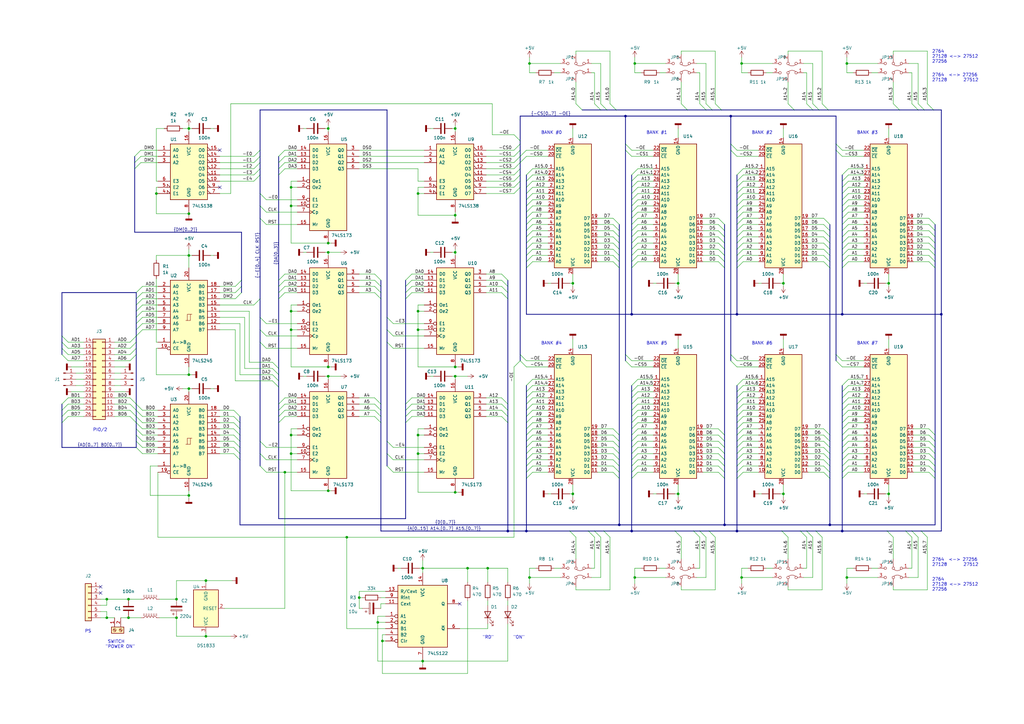
<source format=kicad_sch>
(kicad_sch (version 20211123) (generator eeschema)
  (paper "A3")
  (title_block (title "PEMX - External memory box") (date "2026-01-09") (rev "1.0") (company "Pozsar Zsolt") (comment 1 "Zacchaeus Microcomputer"))
  (junction (at 142.24 220.345))
  (junction (at 304.165 26.035))
  (junction (at 186.69 88.265))
  (junction (at 52.705 245.745))
  (junction (at 77.47 153.67))
  (junction (at 217.17 26.035))
  (junction (at 72.39 253.365))
  (junction (at 345.44 217.805))
  (junction (at 321.31 202.565))
  (junction (at 347.345 26.035))
  (junction (at 119.38 127.635))
  (junction (at 77.47 159.385))
  (junction (at 43.815 253.365))
  (junction (at 345.44 128.905))
  (junction (at 116.84 193.675))
  (junction (at 302.26 128.905))
  (junction (at 340.36 215.265))
  (junction (at 119.38 135.255))
  (junction (at 84.455 238.125))
  (junction (at 297.18 215.265))
  (junction (at 52.705 253.365))
  (junction (at 215.9 217.805))
  (junction (at 134.62 99.695))
  (junction (at 171.45 186.055))
  (junction (at 119.38 84.455))
  (junction (at 299.72 47.625))
  (junction (at 173.355 233.045))
  (junction (at 134.62 150.495))
  (junction (at 186.69 103.505))
  (junction (at 186.69 201.93))
  (junction (at 171.45 135.255))
  (junction (at 171.45 127.635))
  (junction (at 234.95 202.565))
  (junction (at 173.355 271.145))
  (junction (at 259.08 128.905))
  (junction (at 347.345 236.855))
  (junction (at 72.39 245.745))
  (junction (at 386.08 128.905))
  (junction (at 171.45 178.435))
  (junction (at 154.94 255.27))
  (junction (at 260.35 236.855))
  (junction (at 260.35 26.035))
  (junction (at 156.845 262.89))
  (junction (at 278.13 202.565))
  (junction (at 119.38 76.835))
  (junction (at 186.69 150.495))
  (junction (at 147.32 245.11))
  (junction (at 302.26 217.805))
  (junction (at 364.49 116.205))
  (junction (at 234.95 116.205))
  (junction (at 186.69 154.305))
  (junction (at 256.54 47.625))
  (junction (at 208.28 217.805))
  (junction (at 278.13 116.205))
  (junction (at 77.47 203.2))
  (junction (at 304.165 236.855))
  (junction (at 200.025 233.045))
  (junction (at 134.62 52.705))
  (junction (at 64.135 79.375))
  (junction (at 84.455 260.985))
  (junction (at 134.62 201.295))
  (junction (at 43.815 245.745))
  (junction (at 254 215.265))
  (junction (at 191.77 233.045))
  (junction (at 186.69 52.705))
  (junction (at 134.62 103.505))
  (junction (at 77.47 52.705))
  (junction (at 321.31 116.205))
  (junction (at 134.62 154.305))
  (junction (at 217.17 236.855))
  (junction (at 77.47 104.775))
  (junction (at 171.45 79.375))
  (junction (at 364.49 202.565))
  (junction (at 259.08 217.805))
  (junction (at 77.47 87.63))
  (junction (at 119.38 178.435))
  (junction (at 119.38 186.055))
  (no_connect (at 188.595 247.65))
  (no_connect (at 41.275 240.665))
  (no_connect (at 90.17 76.835))
  (no_connect (at 90.17 61.595))
  (no_connect (at 41.275 243.205))
  (bus_entry (at 106.68 61.595) (size -2.54 2.54))
  (bus_entry (at 55.88 135.255) (size 2.54 -2.54))
  (bus_entry (at 345.44 160.655) (size 2.54 -2.54))
  (bus_entry (at 302.26 99.695) (size 2.54 -2.54))
  (bus_entry (at 215.9 102.235) (size 2.54 -2.54))
  (bus_entry (at 340.36 92.075) (size -2.54 -2.54))
  (bus_entry (at 114.3 122.555) (size 2.54 -2.54))
  (bus_entry (at 25.4 140.335) (size 2.54 2.54))
  (bus_entry (at 215.9 186.055) (size 2.54 -2.54))
  (bus_entry (at 55.88 173.355) (size -2.54 -2.54))
  (bus_entry (at 345.44 168.275) (size 2.54 -2.54))
  (bus_entry (at 55.88 168.275) (size -2.54 -2.54))
  (bus_entry (at 297.18 99.695) (size -2.54 -2.54))
  (bus_entry (at 292.1 45.085) (size -2.54 -2.54))
  (bus_entry (at 114.3 114.935) (size 2.54 -2.54))
  (bus_entry (at 210.82 71.755) (size 2.54 -2.54))
  (bus_entry (at 345.44 71.755) (size 2.54 -2.54))
  (bus_entry (at 55.88 125.095) (size 2.54 -2.54))
  (bus_entry (at 345.44 109.855) (size 2.54 -2.54))
  (bus_entry (at 345.44 104.775) (size 2.54 -2.54))
  (bus_entry (at 259.08 178.435) (size 2.54 -2.54))
  (bus_entry (at 340.36 102.235) (size -2.54 -2.54))
  (bus_entry (at 345.44 94.615) (size 2.54 -2.54))
  (bus_entry (at 210.82 66.675) (size 2.54 -2.54))
  (bus_entry (at 302.26 163.195) (size 2.54 -2.54))
  (bus_entry (at 210.82 64.135) (size 2.54 -2.54))
  (bus_entry (at 259.08 158.115) (size 2.54 -2.54))
  (bus_entry (at 345.44 191.135) (size 2.54 -2.54))
  (bus_entry (at 114.3 66.675) (size 2.54 -2.54))
  (bus_entry (at 250.19 220.345) (size -2.54 -2.54))
  (bus_entry (at 158.75 191.135) (size 2.54 2.54))
  (bus_entry (at 106.68 140.335) (size 2.54 2.54))
  (bus_entry (at 55.88 137.795) (size 2.54 -2.54))
  (bus_entry (at 114.3 120.015) (size 2.54 -2.54))
  (bus_entry (at 114.3 170.815) (size 2.54 -2.54))
  (bus_entry (at 114.3 151.13) (size -2.54 -2.54))
  (bus_entry (at 259.08 94.615) (size 2.54 -2.54))
  (bus_entry (at 345.44 86.995) (size 2.54 -2.54))
  (bus_entry (at 254 183.515) (size -2.54 -2.54))
  (bus_entry (at 345.44 183.515) (size 2.54 -2.54))
  (bus_entry (at 106.68 186.055) (size 2.54 2.54))
  (bus_entry (at 215.9 165.735) (size 2.54 -2.54))
  (bus_entry (at 254 104.775) (size -2.54 -2.54))
  (bus_entry (at 55.88 122.555) (size 2.54 -2.54))
  (bus_entry (at 259.08 191.135) (size 2.54 -2.54))
  (bus_entry (at 340.36 191.135) (size -2.54 -2.54))
  (bus_entry (at 98.425 173.355) (size -2.54 -2.54))
  (bus_entry (at 55.88 130.175) (size 2.54 -2.54))
  (bus_entry (at 208.28 122.555) (size -2.54 -2.54))
  (bus_entry (at 259.08 168.275) (size 2.54 -2.54))
  (bus_entry (at 323.215 220.345) (size -2.54 -2.54))
  (bus_entry (at 302.26 92.075) (size 2.54 -2.54))
  (bus_entry (at 215.9 86.995) (size 2.54 -2.54))
  (bus_entry (at 254 180.975) (size -2.54 -2.54))
  (bus_entry (at 259.08 86.995) (size 2.54 -2.54))
  (bus_entry (at 383.54 109.855) (size -2.54 -2.54))
  (bus_entry (at 345.44 165.735) (size 2.54 -2.54))
  (bus_entry (at 215.9 81.915) (size 2.54 -2.54))
  (bus_entry (at 215.9 188.595) (size 2.54 -2.54))
  (bus_entry (at 55.88 137.795) (size -2.54 2.54))
  (bus_entry (at 297.18 92.075) (size -2.54 -2.54))
  (bus_entry (at 25.4 137.795) (size 2.54 2.54))
  (bus_entry (at 114.3 64.135) (size 2.54 -2.54))
  (bus_entry (at 98.425 180.975) (size -2.54 -2.54))
  (bus_entry (at 254 94.615) (size -2.54 -2.54))
  (bus_entry (at 236.22 220.345) (size -2.54 -2.54))
  (bus_entry (at 215.9 74.295) (size 2.54 -2.54))
  (bus_entry (at 345.44 97.155) (size 2.54 -2.54))
  (bus_entry (at 302.26 102.235) (size 2.54 -2.54))
  (bus_entry (at 208.28 170.815) (size -2.54 -2.54))
  (bus_entry (at 302.26 64.135) (size -2.54 -2.54))
  (bus_entry (at 106.68 89.535) (size 2.54 2.54))
  (bus_entry (at 383.54 97.155) (size -2.54 -2.54))
  (bus_entry (at 254 107.315) (size -2.54 -2.54))
  (bus_entry (at 383.54 183.515) (size -2.54 -2.54))
  (bus_entry (at 302.26 86.995) (size 2.54 -2.54))
  (bus_entry (at 99.06 114.935) (size -2.54 2.54))
  (bus_entry (at 335.915 45.085) (size -2.54 -2.54))
  (bus_entry (at 383.54 92.075) (size -2.54 -2.54))
  (bus_entry (at 295.91 45.085) (size -2.54 -2.54))
  (bus_entry (at 259.08 84.455) (size 2.54 -2.54))
  (bus_entry (at 259.08 160.655) (size 2.54 -2.54))
  (bus_entry (at 345.44 150.495) (size -2.54 -2.54))
  (bus_entry (at 340.36 104.775) (size -2.54 -2.54))
  (bus_entry (at 293.37 220.345) (size -2.54 -2.54))
  (bus_entry (at 25.4 142.875) (size 2.54 2.54))
  (bus_entry (at 99.06 120.015) (size -2.54 2.54))
  (bus_entry (at 254 92.075) (size -2.54 -2.54))
  (bus_entry (at 345.44 102.235) (size 2.54 -2.54))
  (bus_entry (at 106.68 79.375) (size 2.54 2.54))
  (bus_entry (at 340.36 180.975) (size -2.54 -2.54))
  (bus_entry (at 259.08 81.915) (size 2.54 -2.54))
  (bus_entry (at 215.9 94.615) (size 2.54 -2.54))
  (bus_entry (at 114.3 165.735) (size 2.54 -2.54))
  (bus_entry (at 340.36 109.855) (size -2.54 -2.54))
  (bus_entry (at 297.18 94.615) (size -2.54 -2.54))
  (bus_entry (at 254 109.855) (size -2.54 -2.54))
  (bus_entry (at 302.26 178.435) (size 2.54 -2.54))
  (bus_entry (at 302.26 160.655) (size 2.54 -2.54))
  (bus_entry (at 297.18 107.315) (size -2.54 -2.54))
  (bus_entry (at 259.08 165.735) (size 2.54 -2.54))
  (bus_entry (at 156.21 170.815) (size -2.54 -2.54))
  (bus_entry (at 302.26 71.755) (size 2.54 -2.54))
  (bus_entry (at 106.68 180.975) (size 2.54 2.54))
  (bus_entry (at 215.9 170.815) (size 2.54 -2.54))
  (bus_entry (at 55.88 132.715) (size 2.54 -2.54))
  (bus_entry (at 210.82 76.835) (size 2.54 -2.54))
  (bus_entry (at 114.3 153.67) (size -2.54 -2.54))
  (bus_entry (at 166.37 168.275) (size 2.54 -2.54))
  (bus_entry (at 279.4 220.345) (size -2.54 -2.54))
  (bus_entry (at 259.08 193.675) (size 2.54 -2.54))
  (bus_entry (at 297.18 97.155) (size -2.54 -2.54))
  (bus_entry (at 345.44 188.595) (size 2.54 -2.54))
  (bus_entry (at 345.44 186.055) (size 2.54 -2.54))
  (bus_entry (at 156.21 168.275) (size -2.54 -2.54))
  (bus_entry (at 106.68 69.215) (size -2.54 2.54))
  (bus_entry (at 98.425 178.435) (size -2.54 -2.54))
  (bus_entry (at 166.37 173.355) (size 2.54 -2.54))
  (bus_entry (at 302.26 196.215) (size 2.54 -2.54))
  (bus_entry (at 55.88 142.875) (size -2.54 2.54))
  (bus_entry (at 259.08 61.595) (size -2.54 -2.54))
  (bus_entry (at 215.9 109.855) (size 2.54 -2.54))
  (bus_entry (at 158.75 135.255) (size 2.54 2.54))
  (bus_entry (at 302.26 150.495) (size -2.54 -2.54))
  (bus_entry (at 208.28 173.355) (size -2.54 -2.54))
  (bus_entry (at 281.94 45.085) (size -2.54 -2.54))
  (bus_entry (at 302.26 158.115) (size 2.54 -2.54))
  (bus_entry (at 297.18 188.595) (size -2.54 -2.54))
  (bus_entry (at 106.68 191.135) (size 2.54 2.54))
  (bus_entry (at 55.88 183.515) (size 2.54 2.54))
  (bus_entry (at 215.9 79.375) (size 2.54 -2.54))
  (bus_entry (at 55.88 173.355) (size 2.54 2.54))
  (bus_entry (at 106.68 71.755) (size -2.54 2.54))
  (bus_entry (at 340.36 193.675) (size -2.54 -2.54))
  (bus_entry (at 166.37 165.735) (size 2.54 -2.54))
  (bus_entry (at 254 97.155) (size -2.54 -2.54))
  (bus_entry (at 55.88 140.335) (size -2.54 2.54))
  (bus_entry (at 259.08 107.315) (size 2.54 -2.54))
  (bus_entry (at 259.08 150.495) (size -2.54 -2.54))
  (bus_entry (at 302.26 173.355) (size 2.54 -2.54))
  (bus_entry (at 302.26 170.815) (size 2.54 -2.54))
  (bus_entry (at 215.9 97.155) (size 2.54 -2.54))
  (bus_entry (at 383.54 99.695) (size -2.54 -2.54))
  (bus_entry (at 297.18 178.435) (size -2.54 -2.54))
  (bus_entry (at 254 196.215) (size -2.54 -2.54))
  (bus_entry (at 215.9 71.755) (size 2.54 -2.54))
  (bus_entry (at 215.9 158.115) (size 2.54 -2.54))
  (bus_entry (at 340.36 99.695) (size -2.54 -2.54))
  (bus_entry (at 297.18 191.135) (size -2.54 -2.54))
  (bus_entry (at 215.9 168.275) (size 2.54 -2.54))
  (bus_entry (at 55.245 66.675) (size 2.54 -2.54))
  (bus_entry (at 215.9 191.135) (size 2.54 -2.54))
  (bus_entry (at 215.9 196.215) (size 2.54 -2.54))
  (bus_entry (at 243.84 220.345) (size -2.54 -2.54))
  (bus_entry (at 158.75 186.055) (size 2.54 2.54))
  (bus_entry (at 259.08 196.215) (size 2.54 -2.54))
  (bus_entry (at 259.08 175.895) (size 2.54 -2.54))
  (bus_entry (at 340.36 183.515) (size -2.54 -2.54))
  (bus_entry (at 215.9 61.595) (size -2.54 2.54))
  (bus_entry (at 114.3 156.21) (size -2.54 -2.54))
  (bus_entry (at 215.9 183.515) (size 2.54 -2.54))
  (bus_entry (at 259.08 64.135) (size -2.54 -2.54))
  (bus_entry (at 114.3 173.355) (size 2.54 -2.54))
  (bus_entry (at 340.36 186.055) (size -2.54 -2.54))
  (bus_entry (at 259.08 180.975) (size 2.54 -2.54))
  (bus_entry (at 254 188.595) (size -2.54 -2.54))
  (bus_entry (at 215.9 180.975) (size 2.54 -2.54))
  (bus_entry (at 340.36 97.155) (size -2.54 -2.54))
  (bus_entry (at 345.44 61.595) (size -2.54 -2.54))
  (bus_entry (at 246.38 45.085) (size -2.54 -2.54))
  (bus_entry (at 345.44 173.355) (size 2.54 -2.54))
  (bus_entry (at 254 193.675) (size -2.54 -2.54))
  (bus_entry (at 297.18 193.675) (size -2.54 -2.54))
  (bus_entry (at 345.44 107.315) (size 2.54 -2.54))
  (bus_entry (at 98.425 170.815) (size -2.54 -2.54))
  (bus_entry (at 98.425 188.595) (size -2.54 -2.54))
  (bus_entry (at 25.4 165.735) (size 2.54 -2.54))
  (bus_entry (at 215.9 104.775) (size 2.54 -2.54))
  (bus_entry (at 259.08 173.355) (size 2.54 -2.54))
  (bus_entry (at 210.82 79.375) (size 2.54 -2.54))
  (bus_entry (at 340.36 178.435) (size -2.54 -2.54))
  (bus_entry (at 330.835 220.345) (size -2.54 -2.54))
  (bus_entry (at 55.88 165.735) (size -2.54 -2.54))
  (bus_entry (at 345.44 180.975) (size 2.54 -2.54))
  (bus_entry (at 156.21 173.355) (size -2.54 -2.54))
  (bus_entry (at 302.26 94.615) (size 2.54 -2.54))
  (bus_entry (at 340.36 188.595) (size -2.54 -2.54))
  (bus_entry (at 158.75 130.175) (size 2.54 2.54))
  (bus_entry (at 158.75 180.975) (size 2.54 2.54))
  (bus_entry (at 340.36 94.615) (size -2.54 -2.54))
  (bus_entry (at 215.9 160.655) (size 2.54 -2.54))
  (bus_entry (at 215.9 175.895) (size 2.54 -2.54))
  (bus_entry (at 156.21 165.735) (size -2.54 -2.54))
  (bus_entry (at 302.26 107.315) (size 2.54 -2.54))
  (bus_entry (at 259.08 92.075) (size 2.54 -2.54))
  (bus_entry (at 215.9 92.075) (size 2.54 -2.54))
  (bus_entry (at 380.365 220.345) (size -2.54 -2.54))
  (bus_entry (at 213.36 147.955) (size -2.54 2.54))
  (bus_entry (at 215.9 76.835) (size 2.54 -2.54))
  (bus_entry (at 156.21 120.015) (size -2.54 -2.54))
  (bus_entry (at 215.9 178.435) (size 2.54 -2.54))
  (bus_entry (at 106.68 130.175) (size 2.54 2.54))
  (bus_entry (at 379.095 45.085) (size -2.54 -2.54))
  (bus_entry (at 55.88 120.015) (size 2.54 -2.54))
  (bus_entry (at 287.02 220.345) (size -2.54 -2.54))
  (bus_entry (at 99.06 117.475) (size -2.54 2.54))
  (bus_entry (at 238.76 45.085) (size -2.54 -2.54))
  (bus_entry (at 215.9 107.315) (size 2.54 -2.54))
  (bus_entry (at 259.08 97.155) (size 2.54 -2.54))
  (bus_entry (at 302.26 79.375) (size 2.54 -2.54))
  (bus_entry (at 215.9 150.495) (size -2.54 -2.54))
  (bus_entry (at 208.28 120.015) (size -2.54 -2.54))
  (bus_entry (at 383.54 180.975) (size -2.54 -2.54))
  (bus_entry (at 55.88 178.435) (size 2.54 2.54))
  (bus_entry (at 213.36 57.785) (size -2.54 -2.54))
  (bus_entry (at 302.26 165.735) (size 2.54 -2.54))
  (bus_entry (at 106.68 122.555) (size -2.54 2.54))
  (bus_entry (at 345.44 76.835) (size 2.54 -2.54))
  (bus_entry (at 259.08 183.515) (size 2.54 -2.54))
  (bus_entry (at 254 102.235) (size -2.54 -2.54))
  (bus_entry (at 106.68 64.135) (size -2.54 2.54))
  (bus_entry (at 259.08 74.295) (size 2.54 -2.54))
  (bus_entry (at 55.88 170.815) (size -2.54 -2.54))
  (bus_entry (at 246.38 220.345) (size -2.54 -2.54))
  (bus_entry (at 345.44 163.195) (size 2.54 -2.54))
  (bus_entry (at 333.375 220.345) (size -2.54 -2.54))
  (bus_entry (at 55.88 168.275) (size 2.54 2.54))
  (bus_entry (at 254 178.435) (size -2.54 -2.54))
  (bus_entry (at 166.37 170.815) (size 2.54 -2.54))
  (bus_entry (at 339.725 45.085) (size -2.54 -2.54))
  (bus_entry (at 302.26 175.895) (size 2.54 -2.54))
  (bus_entry (at 106.68 135.255) (size 2.54 2.54))
  (bus_entry (at 215.9 84.455) (size 2.54 -2.54))
  (bus_entry (at 259.08 99.695) (size 2.54 -2.54))
  (bus_entry (at 345.44 178.435) (size 2.54 -2.54))
  (bus_entry (at 166.37 120.015) (size 2.54 -2.54))
  (bus_entry (at 297.18 186.055) (size -2.54 -2.54))
  (bus_entry (at 55.88 175.895) (size 2.54 2.54))
  (bus_entry (at 208.28 114.935) (size -2.54 -2.54))
  (bus_entry (at 302.26 180.975) (size 2.54 -2.54))
  (bus_entry (at 345.44 92.075) (size 2.54 -2.54))
  (bus_entry (at 383.54 94.615) (size -2.54 -2.54))
  (bus_entry (at 25.4 168.275) (size 2.54 -2.54))
  (bus_entry (at 215.9 173.355) (size 2.54 -2.54))
  (bus_entry (at 25.4 173.355) (size 2.54 -2.54))
  (bus_entry (at 208.28 165.735) (size -2.54 -2.54))
  (bus_entry (at 383.54 191.135) (size -2.54 -2.54))
  (bus_entry (at 297.18 102.235) (size -2.54 -2.54))
  (bus_entry (at 210.82 61.595) (size 2.54 -2.54))
  (bus_entry (at 254 191.135) (size -2.54 -2.54))
  (bus_entry (at 345.44 89.535) (size 2.54 -2.54))
  (bus_entry (at 215.9 99.695) (size 2.54 -2.54))
  (bus_entry (at 259.08 89.535) (size 2.54 -2.54))
  (bus_entry (at 114.3 71.755) (size 2.54 -2.54))
  (bus_entry (at 302.26 89.535) (size 2.54 -2.54))
  (bus_entry (at 254 99.695) (size -2.54 -2.54))
  (bus_entry (at 289.56 220.345) (size -2.54 -2.54))
  (bus_entry (at 166.37 114.935) (size 2.54 -2.54))
  (bus_entry (at 368.935 45.085) (size -2.54 -2.54))
  (bus_entry (at 374.015 220.345) (size -2.54 -2.54))
  (bus_entry (at 248.92 45.085) (size -2.54 -2.54))
  (bus_entry (at 166.37 122.555) (size 2.54 -2.54))
  (bus_entry (at 106.68 66.675) (size -2.54 2.54))
  (bus_entry (at 158.75 140.335) (size 2.54 2.54))
  (bus_entry (at 55.88 127.635) (size 2.54 -2.54))
  (bus_entry (at 215.9 147.955) (size -2.54 -2.54))
  (bus_entry (at 297.18 196.215) (size -2.54 -2.54))
  (bus_entry (at 383.54 107.315) (size -2.54 -2.54))
  (bus_entry (at 114.3 168.275) (size 2.54 -2.54))
  (bus_entry (at 302.26 76.835) (size 2.54 -2.54))
  (bus_entry (at 340.36 107.315) (size -2.54 -2.54))
  (bus_entry (at 259.08 186.055) (size 2.54 -2.54))
  (bus_entry (at 114.3 158.75) (size -2.54 -2.54))
  (bus_entry (at 210.82 69.215) (size 2.54 -2.54))
  (bus_entry (at 302.26 97.155) (size 2.54 -2.54))
  (bus_entry (at 345.44 175.895) (size 2.54 -2.54))
  (bus_entry (at 259.08 76.835) (size 2.54 -2.54))
  (bus_entry (at 376.555 220.345) (size -2.54 -2.54))
  (bus_entry (at 302.26 61.595) (size -2.54 -2.54))
  (bus_entry (at 156.21 122.555) (size -2.54 -2.54))
  (bus_entry (at 382.905 45.085) (size -2.54 -2.54))
  (bus_entry (at 383.54 102.235) (size -2.54 -2.54))
  (bus_entry (at 252.73 45.085) (size -2.54 -2.54))
  (bus_entry (at 302.26 191.135) (size 2.54 -2.54))
  (bus_entry (at 345.44 196.215) (size 2.54 -2.54))
  (bus_entry (at 289.56 45.085) (size -2.54 -2.54))
  (bus_entry (at 345.44 147.955) (size -2.54 -2.54))
  (bus_entry (at 340.36 196.215) (size -2.54 -2.54))
  (bus_entry (at 106.68 84.455) (size 2.54 2.54))
  (bus_entry (at 114.3 69.215) (size 2.54 -2.54))
  (bus_entry (at 302.26 193.675) (size 2.54 -2.54))
  (bus_entry (at 337.185 220.345) (size -2.54 -2.54))
  (bus_entry (at 345.44 84.455) (size 2.54 -2.54))
  (bus_entry (at 55.88 180.975) (size 2.54 2.54))
  (bus_entry (at 215.9 163.195) (size 2.54 -2.54))
  (bus_entry (at 259.08 102.235) (size 2.54 -2.54))
  (bus_entry (at 259.08 188.595) (size 2.54 -2.54))
  (bus_entry (at 345.44 79.375) (size 2.54 -2.54))
  (bus_entry (at 208.28 168.275) (size -2.54 -2.54))
  (bus_entry (at 259.08 71.755) (size 2.54 -2.54))
  (bus_entry (at 215.9 193.675) (size 2.54 -2.54))
  (bus_entry (at 259.08 163.195) (size 2.54 -2.54))
  (bus_entry (at 345.44 99.695) (size 2.54 -2.54))
  (bus_entry (at 345.44 64.135) (size -2.54 -2.54))
  (bus_entry (at 345.44 193.675) (size 2.54 -2.54))
  (bus_entry (at 55.88 165.735) (size 2.54 2.54))
  (bus_entry (at 383.54 193.675) (size -2.54 -2.54))
  (bus_entry (at 98.425 186.055) (size -2.54 -2.54))
  (bus_entry (at 215.9 89.535) (size 2.54 -2.54))
  (bus_entry (at 376.555 45.085) (size -2.54 -2.54))
  (bus_entry (at 208.28 117.475) (size -2.54 -2.54))
  (bus_entry (at 259.08 79.375) (size 2.54 -2.54))
  (bus_entry (at 302.26 183.515) (size 2.54 -2.54))
  (bus_entry (at 259.08 104.775) (size 2.54 -2.54))
  (bus_entry (at 297.18 109.855) (size -2.54 -2.54))
  (bus_entry (at 297.18 104.775) (size -2.54 -2.54))
  (bus_entry (at 55.88 145.415) (size -2.54 2.54))
  (bus_entry (at 25.4 170.815) (size 2.54 -2.54))
  (bus_entry (at 25.4 145.415) (size 2.54 2.54))
  (bus_entry (at 325.755 45.085) (size -2.54 -2.54))
  (bus_entry (at 297.18 180.975) (size -2.54 -2.54))
  (bus_entry (at 210.82 74.295) (size 2.54 -2.54))
  (bus_entry (at 259.08 170.815) (size 2.54 -2.54))
  (bus_entry (at 333.375 45.085) (size -2.54 -2.54))
  (bus_entry (at 383.54 178.435) (size -2.54 -2.54))
  (bus_entry (at 383.54 196.215) (size -2.54 -2.54))
  (bus_entry (at 55.245 64.135) (size 2.54 -2.54))
  (bus_entry (at 259.08 109.855) (size 2.54 -2.54))
  (bus_entry (at 156.21 114.935) (size -2.54 -2.54))
  (bus_entry (at 302.26 84.455) (size 2.54 -2.54))
  (bus_entry (at 156.21 117.475) (size -2.54 -2.54))
  (bus_entry (at 55.88 170.815) (size 2.54 2.54))
  (bus_entry (at 254 186.055) (size -2.54 -2.54))
  (bus_entry (at 302.26 109.855) (size 2.54 -2.54))
  (bus_entry (at 302.26 168.275) (size 2.54 -2.54))
  (bus_entry (at 302.26 104.775) (size 2.54 -2.54))
  (bus_entry (at 345.44 74.295) (size 2.54 -2.54))
  (bus_entry (at 345.44 158.115) (size 2.54 -2.54))
  (bus_entry (at 98.425 175.895) (size -2.54 -2.54))
  (bus_entry (at 383.54 188.595) (size -2.54 -2.54))
  (bus_entry (at 166.37 117.475) (size 2.54 -2.54))
  (bus_entry (at 114.3 117.475) (size 2.54 -2.54))
  (bus_entry (at 215.9 64.135) (size -2.54 2.54))
  (bus_entry (at 302.26 186.055) (size 2.54 -2.54))
  (bus_entry (at 383.54 186.055) (size -2.54 -2.54))
  (bus_entry (at 366.395 220.345) (size -2.54 -2.54))
  (bus_entry (at 98.425 183.515) (size -2.54 -2.54))
  (bus_entry (at 345.44 81.915) (size 2.54 -2.54))
  (bus_entry (at 55.245 69.215) (size 2.54 -2.54))
  (bus_entry (at 302.26 81.915) (size 2.54 -2.54))
  (bus_entry (at 297.18 183.515) (size -2.54 -2.54))
  (bus_entry (at 259.08 147.955) (size -2.54 -2.54))
  (bus_entry (at 345.44 170.815) (size 2.54 -2.54))
  (bus_entry (at 302.26 188.595) (size 2.54 -2.54))
  (bus_entry (at 302.26 147.955) (size -2.54 -2.54))
  (bus_entry (at 383.54 104.775) (size -2.54 -2.54))
  (bus_entry (at 302.26 74.295) (size 2.54 -2.54))
  (bus (pts (xy 254 215.265) (xy 297.18 215.265)))
  (wire (pts (xy 345.44 150.495) (xy 354.33 150.495)))
  (wire (pts (xy 261.62 69.215) (xy 267.97 69.215)))
  (wire (pts (xy 119.38 84.455) (xy 119.38 99.695)))
  (wire (pts (xy 347.98 92.075) (xy 354.33 92.075)))
  (bus (pts (xy 259.08 94.615) (xy 259.08 97.155)))
  (wire (pts (xy 31.115 155.575) (xy 34.29 155.575)))
  (bus (pts (xy 295.91 45.085) (xy 325.755 45.085)))
  (wire (pts (xy 333.375 236.855) (xy 329.565 236.855)))
  (bus (pts (xy 215.9 81.915) (xy 215.9 84.455)))
  (wire (pts (xy 261.62 74.295) (xy 267.97 74.295)))
  (wire (pts (xy 116.84 64.135) (xy 121.92 64.135)))
  (bus (pts (xy 215.9 165.735) (xy 215.9 168.275)))
  (bus (pts (xy 256.54 59.055) (xy 256.54 61.595)))
  (bus (pts (xy 114.3 117.475) (xy 114.3 120.015)))
  (wire (pts (xy 374.015 233.045) (xy 372.745 233.045)))
  (wire (pts (xy 304.165 233.045) (xy 304.165 236.855)))
  (wire (pts (xy 147.32 249.555) (xy 147.32 245.11)))
  (wire (pts (xy 234.95 202.565) (xy 234.95 198.755)))
  (wire (pts (xy 116.84 112.395) (xy 121.92 112.395)))
  (wire (pts (xy 337.82 191.135) (xy 331.47 191.135)))
  (wire (pts (xy 347.98 79.375) (xy 354.33 79.375)))
  (wire (pts (xy 46.99 158.115) (xy 49.53 158.115)))
  (bus (pts (xy 340.36 196.215) (xy 340.36 215.265)))
  (wire (pts (xy 109.22 193.675) (xy 116.84 193.675)))
  (bus (pts (xy 215.9 97.155) (xy 215.9 99.695)))
  (wire (pts (xy 171.45 88.265) (xy 186.69 88.265)))
  (wire (pts (xy 218.44 71.755) (xy 224.79 71.755)))
  (wire (pts (xy 304.165 29.845) (xy 304.165 26.035)))
  (wire (pts (xy 304.8 107.315) (xy 311.15 107.315)))
  (bus (pts (xy 259.08 86.995) (xy 259.08 89.535)))
  (wire (pts (xy 347.345 26.035) (xy 360.045 26.035)))
  (bus (pts (xy 166.37 122.555) (xy 166.37 165.735)))
  (bus (pts (xy 302.26 175.895) (xy 302.26 178.435)))
  (bus (pts (xy 208.28 114.935) (xy 208.28 117.475)))
  (wire (pts (xy 191.77 233.045) (xy 191.77 238.76)))
  (bus (pts (xy 55.88 145.415) (xy 55.88 165.735)))
  (wire (pts (xy 210.82 150.495) (xy 210.82 220.345)))
  (wire (pts (xy 119.38 135.255) (xy 119.38 150.495)))
  (wire (pts (xy 171.45 186.055) (xy 173.99 186.055)))
  (wire (pts (xy 323.215 229.235) (xy 323.215 220.345)))
  (wire (pts (xy 58.42 120.015) (xy 64.77 120.015)))
  (wire (pts (xy 61.595 203.2) (xy 77.47 203.2)))
  (bus (pts (xy 345.44 104.775) (xy 345.44 107.315)))
  (wire (pts (xy 217.17 233.045) (xy 217.17 236.855)))
  (wire (pts (xy 57.785 245.745) (xy 52.705 245.745)))
  (bus (pts (xy 55.88 180.975) (xy 55.88 183.515)))
  (wire (pts (xy 173.355 233.045) (xy 173.355 234.95)))
  (wire (pts (xy 354.33 116.205) (xy 355.6 116.205)))
  (wire (pts (xy 323.215 20.955) (xy 323.215 22.225)))
  (bus (pts (xy 114.3 122.555) (xy 114.3 151.13)))
  (wire (pts (xy 74.93 159.385) (xy 77.47 159.385)))
  (bus (pts (xy 302.26 173.355) (xy 302.26 175.895)))
  (bus (pts (xy 340.36 109.855) (xy 340.36 178.435)))
  (wire (pts (xy 154.94 255.27) (xy 154.94 271.145)))
  (bus (pts (xy 213.36 145.415) (xy 213.36 147.955)))
  (bus (pts (xy 25.4 137.795) (xy 25.4 120.015)))
  (bus (pts (xy 25.4 142.875) (xy 25.4 140.335)))
  (bus (pts (xy 345.44 183.515) (xy 345.44 186.055)))
  (wire (pts (xy 100.33 151.13) (xy 111.76 151.13)))
  (bus (pts (xy 215.9 163.195) (xy 215.9 165.735)))
  (wire (pts (xy 381 99.695) (xy 374.65 99.695)))
  (wire (pts (xy 224.79 202.565) (xy 226.06 202.565)))
  (bus (pts (xy 259.08 79.375) (xy 259.08 81.915)))
  (wire (pts (xy 95.885 178.435) (xy 90.17 178.435)))
  (bus (pts (xy 302.26 81.915) (xy 302.26 84.455)))
  (wire (pts (xy 293.37 220.345) (xy 293.37 241.935)))
  (wire (pts (xy 199.39 71.755) (xy 210.82 71.755)))
  (bus (pts (xy 55.88 168.275) (xy 55.88 170.815)))
  (wire (pts (xy 304.8 79.375) (xy 311.15 79.375)))
  (bus (pts (xy 302.26 180.975) (xy 302.26 183.515)))
  (wire (pts (xy 185.42 154.305) (xy 186.69 154.305)))
  (bus (pts (xy 241.3 217.805) (xy 243.84 217.805)))
  (bus (pts (xy 106.68 69.215) (xy 106.68 71.755)))
  (wire (pts (xy 381 107.315) (xy 374.65 107.315)))
  (wire (pts (xy 347.98 158.115) (xy 354.33 158.115)))
  (wire (pts (xy 154.94 252.73) (xy 154.94 255.27)))
  (wire (pts (xy 43.815 253.365) (xy 43.815 250.825)))
  (bus (pts (xy 215.9 186.055) (xy 215.9 188.595)))
  (wire (pts (xy 58.42 175.895) (xy 64.77 175.895)))
  (bus (pts (xy 25.4 145.415) (xy 25.4 142.875)))
  (wire (pts (xy 243.84 42.545) (xy 243.84 29.845)))
  (bus (pts (xy 208.28 122.555) (xy 208.28 165.735)))
  (wire (pts (xy 94.615 42.545) (xy 94.615 79.375)))
  (wire (pts (xy 116.84 120.015) (xy 121.92 120.015)))
  (wire (pts (xy 133.35 154.305) (xy 134.62 154.305)))
  (bus (pts (xy 215.9 102.235) (xy 215.9 104.775)))
  (wire (pts (xy 87.63 104.775) (xy 86.36 104.775)))
  (bus (pts (xy 156.21 217.805) (xy 156.21 173.355)))
  (bus (pts (xy 299.72 145.415) (xy 299.72 147.955)))
  (bus (pts (xy 254 94.615) (xy 254 97.155)))
  (wire (pts (xy 186.69 201.93) (xy 187.96 201.93)))
  (wire (pts (xy 304.8 89.535) (xy 311.15 89.535)))
  (wire (pts (xy 262.89 29.845) (xy 260.35 29.845)))
  (bus (pts (xy 259.08 178.435) (xy 259.08 180.975)))
  (wire (pts (xy 158.115 260.35) (xy 156.845 260.35)))
  (bus (pts (xy 302.26 104.775) (xy 302.26 107.315)))
  (bus (pts (xy 342.9 59.055) (xy 342.9 61.595)))
  (wire (pts (xy 347.98 74.295) (xy 354.33 74.295)))
  (wire (pts (xy 171.45 127.635) (xy 173.99 127.635)))
  (wire (pts (xy 246.38 42.545) (xy 246.38 26.035)))
  (wire (pts (xy 64.77 142.875) (xy 64.135 142.875)))
  (wire (pts (xy 261.62 94.615) (xy 267.97 94.615)))
  (wire (pts (xy 260.35 239.395) (xy 260.35 236.855)))
  (wire (pts (xy 278.13 52.705) (xy 278.13 56.515)))
  (wire (pts (xy 51.435 150.495) (xy 46.99 150.495)))
  (bus (pts (xy 340.36 193.675) (xy 340.36 196.215)))
  (wire (pts (xy 278.13 117.475) (xy 278.13 116.205)))
  (wire (pts (xy 337.82 193.675) (xy 331.47 193.675)))
  (wire (pts (xy 224.79 116.205) (xy 226.06 116.205)))
  (wire (pts (xy 119.38 84.455) (xy 121.92 84.455)))
  (bus (pts (xy 345.44 217.805) (xy 363.855 217.805)))
  (bus (pts (xy 254 178.435) (xy 254 180.975)))
  (wire (pts (xy 347.98 188.595) (xy 354.33 188.595)))
  (bus (pts (xy 302.26 168.275) (xy 302.26 170.815)))
  (wire (pts (xy 27.94 145.415) (xy 34.29 145.415)))
  (wire (pts (xy 337.185 220.345) (xy 337.185 241.935)))
  (wire (pts (xy 304.8 178.435) (xy 311.15 178.435)))
  (wire (pts (xy 116.84 163.195) (xy 121.92 163.195)))
  (wire (pts (xy 218.44 107.315) (xy 224.79 107.315)))
  (wire (pts (xy 84.455 238.125) (xy 84.455 239.395)))
  (wire (pts (xy 261.62 71.755) (xy 267.97 71.755)))
  (wire (pts (xy 260.35 29.845) (xy 260.35 26.035)))
  (wire (pts (xy 366.395 20.955) (xy 366.395 22.225)))
  (bus (pts (xy 215.9 173.355) (xy 215.9 175.895)))
  (bus (pts (xy 166.37 168.275) (xy 166.37 170.815)))
  (wire (pts (xy 311.15 202.565) (xy 312.42 202.565)))
  (wire (pts (xy 251.46 186.055) (xy 245.11 186.055)))
  (bus (pts (xy 215.9 99.695) (xy 215.9 102.235)))
  (wire (pts (xy 218.44 94.615) (xy 224.79 94.615)))
  (bus (pts (xy 55.245 66.675) (xy 55.245 69.215)))
  (bus (pts (xy 246.38 45.085) (xy 248.92 45.085)))
  (wire (pts (xy 218.44 180.975) (xy 224.79 180.975)))
  (bus (pts (xy 383.54 104.775) (xy 383.54 107.315)))
  (wire (pts (xy 347.98 94.615) (xy 354.33 94.615)))
  (wire (pts (xy 186.69 88.265) (xy 186.69 89.535)))
  (wire (pts (xy 64.135 52.705) (xy 64.135 74.295)))
  (wire (pts (xy 205.74 120.015) (xy 199.39 120.015)))
  (wire (pts (xy 347.98 107.315) (xy 354.33 107.315)))
  (wire (pts (xy 337.82 104.775) (xy 331.47 104.775)))
  (wire (pts (xy 261.62 86.995) (xy 267.97 86.995)))
  (wire (pts (xy 250.19 20.955) (xy 236.22 20.955)))
  (wire (pts (xy 119.38 150.495) (xy 134.62 150.495)))
  (wire (pts (xy 261.62 163.195) (xy 267.97 163.195)))
  (wire (pts (xy 261.62 193.675) (xy 267.97 193.675)))
  (bus (pts (xy 340.36 183.515) (xy 340.36 186.055)))
  (wire (pts (xy 381 89.535) (xy 374.65 89.535)))
  (bus (pts (xy 259.08 173.355) (xy 259.08 175.895)))
  (bus (pts (xy 345.44 170.815) (xy 345.44 173.355)))
  (bus (pts (xy 383.54 107.315) (xy 383.54 109.855)))
  (wire (pts (xy 116.84 170.815) (xy 121.92 170.815)))
  (wire (pts (xy 287.02 42.545) (xy 287.02 29.845)))
  (wire (pts (xy 109.22 92.075) (xy 121.92 92.075)))
  (wire (pts (xy 337.82 188.595) (xy 331.47 188.595)))
  (wire (pts (xy 347.345 23.495) (xy 347.345 26.035)))
  (bus (pts (xy 297.18 109.855) (xy 297.18 178.435)))
  (wire (pts (xy 294.64 94.615) (xy 288.29 94.615)))
  (bus (pts (xy 259.08 97.155) (xy 259.08 99.695)))
  (wire (pts (xy 186.69 154.305) (xy 186.69 155.575)))
  (wire (pts (xy 218.44 170.815) (xy 224.79 170.815)))
  (bus (pts (xy 340.36 178.435) (xy 340.36 180.975)))
  (bus (pts (xy 299.72 59.055) (xy 299.72 47.625)))
  (wire (pts (xy 96.52 122.555) (xy 90.17 122.555)))
  (wire (pts (xy 58.42 125.095) (xy 64.77 125.095)))
  (wire (pts (xy 347.98 69.215) (xy 354.33 69.215)))
  (wire (pts (xy 251.46 178.435) (xy 245.11 178.435)))
  (wire (pts (xy 366.395 33.655) (xy 366.395 42.545)))
  (bus (pts (xy 215.9 128.905) (xy 259.08 128.905)))
  (bus (pts (xy 114.3 66.675) (xy 114.3 69.215)))
  (bus (pts (xy 156.21 168.275) (xy 156.21 170.815)))
  (bus (pts (xy 377.825 217.805) (xy 386.08 217.805)))
  (wire (pts (xy 381 191.135) (xy 374.65 191.135)))
  (wire (pts (xy 156.21 245.11) (xy 158.115 245.11)))
  (wire (pts (xy 201.93 55.245) (xy 201.93 42.545)))
  (bus (pts (xy 287.02 217.805) (xy 290.83 217.805)))
  (bus (pts (xy 290.83 217.805) (xy 302.26 217.805)))
  (wire (pts (xy 186.69 51.435) (xy 186.69 52.705)))
  (bus (pts (xy 383.54 186.055) (xy 383.54 183.515)))
  (wire (pts (xy 217.17 236.855) (xy 229.87 236.855)))
  (wire (pts (xy 67.31 52.705) (xy 64.135 52.705)))
  (wire (pts (xy 119.38 186.055) (xy 121.92 186.055)))
  (bus (pts (xy 238.76 45.085) (xy 246.38 45.085)))
  (wire (pts (xy 366.395 241.935) (xy 366.395 240.665)))
  (wire (pts (xy 148.59 249.555) (xy 147.32 249.555)))
  (bus (pts (xy 106.68 71.755) (xy 106.68 79.375)))
  (bus (pts (xy 259.08 168.275) (xy 259.08 170.815)))
  (wire (pts (xy 294.64 191.135) (xy 288.29 191.135)))
  (wire (pts (xy 218.44 158.115) (xy 224.79 158.115)))
  (bus (pts (xy 340.36 188.595) (xy 340.36 191.135)))
  (wire (pts (xy 154.94 271.145) (xy 173.355 271.145)))
  (bus (pts (xy 376.555 45.085) (xy 379.095 45.085)))
  (bus (pts (xy 99.06 114.935) (xy 99.06 117.475)))
  (wire (pts (xy 314.325 29.845) (xy 316.865 29.845)))
  (wire (pts (xy 147.32 245.11) (xy 148.59 245.11)))
  (wire (pts (xy 142.24 257.81) (xy 158.115 257.81)))
  (wire (pts (xy 261.62 175.895) (xy 267.97 175.895)))
  (bus (pts (xy 256.54 61.595) (xy 256.54 145.415)))
  (bus (pts (xy 345.44 99.695) (xy 345.44 102.235)))
  (bus (pts (xy 345.44 158.115) (xy 345.44 160.655)))
  (wire (pts (xy 218.44 183.515) (xy 224.79 183.515)))
  (bus (pts (xy 302.26 193.675) (xy 302.26 196.215)))
  (bus (pts (xy 106.68 45.085) (xy 106.68 61.595)))
  (wire (pts (xy 119.38 175.895) (xy 119.38 178.435)))
  (bus (pts (xy 297.18 178.435) (xy 297.18 180.975)))
  (bus (pts (xy 302.26 170.815) (xy 302.26 173.355)))
  (wire (pts (xy 347.345 236.855) (xy 360.045 236.855)))
  (wire (pts (xy 304.8 84.455) (xy 311.15 84.455)))
  (wire (pts (xy 234.95 52.705) (xy 234.95 56.515)))
  (bus (pts (xy 55.245 64.135) (xy 55.245 66.675)))
  (wire (pts (xy 147.32 64.135) (xy 173.99 64.135)))
  (wire (pts (xy 27.94 168.275) (xy 34.29 168.275)))
  (wire (pts (xy 104.14 64.135) (xy 90.17 64.135)))
  (wire (pts (xy 218.44 186.055) (xy 224.79 186.055)))
  (wire (pts (xy 381 102.235) (xy 374.65 102.235)))
  (bus (pts (xy 383.54 109.855) (xy 383.54 178.435)))
  (bus (pts (xy 25.4 165.735) (xy 25.4 168.275)))
  (bus (pts (xy 302.26 165.735) (xy 302.26 168.275)))
  (wire (pts (xy 173.355 271.145) (xy 173.355 270.51)))
  (bus (pts (xy 55.245 69.215) (xy 55.245 95.25)))
  (wire (pts (xy 364.49 139.065) (xy 364.49 142.875)))
  (wire (pts (xy 304.8 71.755) (xy 311.15 71.755)))
  (wire (pts (xy 100.33 130.175) (xy 100.33 151.13)))
  (wire (pts (xy 347.98 173.355) (xy 354.33 173.355)))
  (bus (pts (xy 345.44 165.735) (xy 345.44 168.275)))
  (wire (pts (xy 90.17 132.715) (xy 98.425 132.715)))
  (wire (pts (xy 217.17 26.035) (xy 229.87 26.035)))
  (wire (pts (xy 345.44 64.135) (xy 354.33 64.135)))
  (bus (pts (xy 302.26 107.315) (xy 302.26 109.855)))
  (bus (pts (xy 215.9 86.995) (xy 215.9 89.535)))
  (wire (pts (xy 156.21 249.555) (xy 156.21 247.65)))
  (wire (pts (xy 250.19 42.545) (xy 250.19 20.955)))
  (wire (pts (xy 171.45 74.295) (xy 173.99 74.295)))
  (bus (pts (xy 156.21 114.935) (xy 156.21 117.475)))
  (wire (pts (xy 381 94.615) (xy 374.65 94.615)))
  (wire (pts (xy 27.94 163.195) (xy 34.29 163.195)))
  (wire (pts (xy 64.77 76.835) (xy 64.135 76.835)))
  (wire (pts (xy 251.46 193.675) (xy 245.11 193.675)))
  (wire (pts (xy 58.42 178.435) (xy 64.77 178.435)))
  (wire (pts (xy 304.8 74.295) (xy 311.15 74.295)))
  (wire (pts (xy 210.82 55.245) (xy 201.93 55.245)))
  (bus (pts (xy 259.08 183.515) (xy 259.08 186.055)))
  (bus (pts (xy 302.26 196.215) (xy 302.26 217.805)))
  (bus (pts (xy 215.9 94.615) (xy 215.9 97.155)))
  (bus (pts (xy 215.9 188.595) (xy 215.9 191.135)))
  (bus (pts (xy 208.28 120.015) (xy 208.28 122.555)))
  (wire (pts (xy 381 186.055) (xy 374.65 186.055)))
  (wire (pts (xy 218.44 69.215) (xy 224.79 69.215)))
  (wire (pts (xy 43.815 248.285) (xy 43.815 245.745)))
  (bus (pts (xy 302.26 178.435) (xy 302.26 180.975)))
  (wire (pts (xy 27.94 147.955) (xy 34.29 147.955)))
  (wire (pts (xy 261.62 191.135) (xy 267.97 191.135)))
  (bus (pts (xy 55.88 175.895) (xy 55.88 178.435)))
  (bus (pts (xy 302.26 71.755) (xy 302.26 74.295)))
  (wire (pts (xy 259.08 147.955) (xy 267.97 147.955)))
  (wire (pts (xy 53.34 163.195) (xy 46.99 163.195)))
  (wire (pts (xy 304.8 158.115) (xy 311.15 158.115)))
  (wire (pts (xy 96.52 117.475) (xy 90.17 117.475)))
  (wire (pts (xy 116.84 168.275) (xy 121.92 168.275)))
  (bus (pts (xy 302.26 188.595) (xy 302.26 191.135)))
  (bus (pts (xy 302.26 84.455) (xy 302.26 86.995)))
  (wire (pts (xy 376.555 220.345) (xy 376.555 236.855)))
  (wire (pts (xy 176.53 154.305) (xy 177.8 154.305)))
  (wire (pts (xy 337.185 42.545) (xy 337.185 20.955)))
  (wire (pts (xy 217.17 29.845) (xy 217.17 26.035)))
  (bus (pts (xy 297.18 180.975) (xy 297.18 183.515)))
  (bus (pts (xy 254 183.515) (xy 254 186.055)))
  (bus (pts (xy 340.36 102.235) (xy 340.36 104.775)))
  (bus (pts (xy 213.36 74.295) (xy 213.36 71.755)))
  (bus (pts (xy 106.68 84.455) (xy 106.68 89.535)))
  (bus (pts (xy 383.54 193.675) (xy 383.54 191.135)))
  (wire (pts (xy 57.785 64.135) (xy 64.77 64.135)))
  (bus (pts (xy 379.095 45.085) (xy 382.905 45.085)))
  (wire (pts (xy 77.47 102.235) (xy 77.47 104.775)))
  (wire (pts (xy 186.69 88.265) (xy 186.69 86.995)))
  (wire (pts (xy 267.97 202.565) (xy 269.24 202.565)))
  (bus (pts (xy 158.75 186.055) (xy 158.75 191.135)))
  (wire (pts (xy 119.38 99.695) (xy 134.62 99.695)))
  (wire (pts (xy 52.705 253.365) (xy 57.785 253.365)))
  (bus (pts (xy 259.08 196.215) (xy 259.08 217.805)))
  (wire (pts (xy 58.42 122.555) (xy 64.77 122.555)))
  (wire (pts (xy 347.98 163.195) (xy 354.33 163.195)))
  (wire (pts (xy 171.45 127.635) (xy 171.45 135.255)))
  (bus (pts (xy 302.26 217.805) (xy 320.675 217.805)))
  (wire (pts (xy 72.39 253.365) (xy 72.39 260.985)))
  (wire (pts (xy 347.98 99.695) (xy 354.33 99.695)))
  (wire (pts (xy 98.425 153.67) (xy 111.76 153.67)))
  (wire (pts (xy 153.67 163.195) (xy 147.32 163.195)))
  (bus (pts (xy 345.44 178.435) (xy 345.44 180.975)))
  (bus (pts (xy 25.4 168.275) (xy 25.4 170.815)))
  (bus (pts (xy 297.18 99.695) (xy 297.18 102.235)))
  (bus (pts (xy 156.21 120.015) (xy 156.21 122.555)))
  (bus (pts (xy 208.28 117.475) (xy 208.28 120.015)))
  (wire (pts (xy 218.44 165.735) (xy 224.79 165.735)))
  (wire (pts (xy 158.115 252.73) (xy 154.94 252.73)))
  (wire (pts (xy 58.42 170.815) (xy 64.77 170.815)))
  (wire (pts (xy 77.47 150.495) (xy 77.47 153.67)))
  (wire (pts (xy 380.365 42.545) (xy 380.365 20.955)))
  (wire (pts (xy 52.705 245.745) (xy 43.815 245.745)))
  (wire (pts (xy 294.64 99.695) (xy 288.29 99.695)))
  (wire (pts (xy 261.62 165.735) (xy 267.97 165.735)))
  (wire (pts (xy 261.62 180.975) (xy 267.97 180.975)))
  (wire (pts (xy 31.115 153.035) (xy 34.29 153.035)))
  (bus (pts (xy 297.18 193.675) (xy 297.18 196.215)))
  (bus (pts (xy 252.73 45.085) (xy 281.94 45.085)))
  (bus (pts (xy 340.36 99.695) (xy 340.36 102.235)))
  (bus (pts (xy 254 109.855) (xy 254 178.435)))
  (bus (pts (xy 215.9 175.895) (xy 215.9 178.435)))
  (wire (pts (xy 302.26 64.135) (xy 311.15 64.135)))
  (wire (pts (xy 279.4 33.655) (xy 279.4 42.545)))
  (wire (pts (xy 381 178.435) (xy 374.65 178.435)))
  (bus (pts (xy 215.9 74.295) (xy 215.9 76.835)))
  (bus (pts (xy 55.88 120.015) (xy 55.88 122.555)))
  (wire (pts (xy 323.215 241.935) (xy 323.215 240.665)))
  (bus (pts (xy 208.28 173.355) (xy 208.28 217.805)))
  (bus (pts (xy 215.9 158.115) (xy 215.9 160.655)))
  (wire (pts (xy 304.8 81.915) (xy 311.15 81.915)))
  (wire (pts (xy 304.8 168.275) (xy 311.15 168.275)))
  (wire (pts (xy 304.8 175.895) (xy 311.15 175.895)))
  (wire (pts (xy 218.44 188.595) (xy 224.79 188.595)))
  (wire (pts (xy 104.14 66.675) (xy 90.17 66.675)))
  (wire (pts (xy 109.22 183.515) (xy 121.92 183.515)))
  (bus (pts (xy 254 180.975) (xy 254 183.515)))
  (wire (pts (xy 337.82 186.055) (xy 331.47 186.055)))
  (bus (pts (xy 330.835 217.805) (xy 334.645 217.805)))
  (wire (pts (xy 64.77 193.675) (xy 64.77 220.345)))
  (bus (pts (xy 297.18 104.775) (xy 297.18 107.315)))
  (bus (pts (xy 302.26 158.115) (xy 302.26 160.655)))
  (bus (pts (xy 340.36 104.775) (xy 340.36 107.315)))
  (wire (pts (xy 124.46 103.505) (xy 125.73 103.505)))
  (wire (pts (xy 304.8 188.595) (xy 311.15 188.595)))
  (wire (pts (xy 304.8 102.235) (xy 311.15 102.235)))
  (wire (pts (xy 186.69 52.705) (xy 186.69 53.975)))
  (wire (pts (xy 337.82 92.075) (xy 331.47 92.075)))
  (bus (pts (xy 208.28 165.735) (xy 208.28 168.275)))
  (wire (pts (xy 246.38 26.035) (xy 242.57 26.035)))
  (bus (pts (xy 325.755 45.085) (xy 333.375 45.085)))
  (bus (pts (xy 340.36 215.265) (xy 383.54 215.265)))
  (wire (pts (xy 147.32 242.57) (xy 158.115 242.57)))
  (wire (pts (xy 64.135 74.295) (xy 64.77 74.295)))
  (wire (pts (xy 119.38 127.635) (xy 119.38 135.255)))
  (wire (pts (xy 251.46 102.235) (xy 245.11 102.235)))
  (bus (pts (xy 281.94 45.085) (xy 289.56 45.085)))
  (bus (pts (xy 340.36 97.155) (xy 340.36 99.695)))
  (wire (pts (xy 205.74 168.275) (xy 199.39 168.275)))
  (wire (pts (xy 333.375 220.345) (xy 333.375 236.855)))
  (bus (pts (xy 166.37 117.475) (xy 166.37 120.015)))
  (wire (pts (xy 134.62 154.305) (xy 139.7 154.305)))
  (bus (pts (xy 256.54 47.625) (xy 213.36 47.625)))
  (wire (pts (xy 218.44 173.355) (xy 224.79 173.355)))
  (bus (pts (xy 25.4 173.355) (xy 25.4 183.515)))
  (wire (pts (xy 302.26 150.495) (xy 311.15 150.495)))
  (wire (pts (xy 199.39 69.215) (xy 210.82 69.215)))
  (wire (pts (xy 304.8 86.995) (xy 311.15 86.995)))
  (bus (pts (xy 345.44 160.655) (xy 345.44 163.195)))
  (bus (pts (xy 158.75 130.175) (xy 158.75 135.255)))
  (wire (pts (xy 74.93 52.705) (xy 77.47 52.705)))
  (wire (pts (xy 64.135 114.3) (xy 64.135 140.335)))
  (bus (pts (xy 158.75 180.975) (xy 158.75 186.055)))
  (wire (pts (xy 347.98 170.815) (xy 354.33 170.815)))
  (wire (pts (xy 186.69 102.235) (xy 186.69 103.505)))
  (wire (pts (xy 304.8 69.215) (xy 311.15 69.215)))
  (wire (pts (xy 363.22 116.205) (xy 364.49 116.205)))
  (wire (pts (xy 374.015 29.845) (xy 372.745 29.845)))
  (wire (pts (xy 173.99 175.895) (xy 171.45 175.895)))
  (wire (pts (xy 217.17 23.495) (xy 217.17 26.035)))
  (bus (pts (xy 259.08 84.455) (xy 259.08 86.995)))
  (wire (pts (xy 168.91 114.935) (xy 173.99 114.935)))
  (bus (pts (xy 340.36 180.975) (xy 340.36 183.515)))
  (bus (pts (xy 114.3 156.21) (xy 114.3 158.75)))
  (bus (pts (xy 254 99.695) (xy 254 102.235)))
  (wire (pts (xy 251.46 99.695) (xy 245.11 99.695)))
  (wire (pts (xy 251.46 107.315) (xy 245.11 107.315)))
  (wire (pts (xy 168.91 112.395) (xy 173.99 112.395)))
  (wire (pts (xy 171.45 178.435) (xy 171.45 186.055)))
  (bus (pts (xy 215.9 183.515) (xy 215.9 186.055)))
  (bus (pts (xy 297.18 97.155) (xy 297.18 99.695)))
  (wire (pts (xy 218.44 92.075) (xy 224.79 92.075)))
  (wire (pts (xy 153.67 112.395) (xy 147.32 112.395)))
  (wire (pts (xy 217.17 239.395) (xy 217.17 236.855)))
  (wire (pts (xy 133.35 103.505) (xy 134.62 103.505)))
  (bus (pts (xy 320.675 217.805) (xy 328.295 217.805)))
  (wire (pts (xy 53.34 168.275) (xy 46.99 168.275)))
  (bus (pts (xy 371.475 217.805) (xy 374.015 217.805)))
  (bus (pts (xy 297.18 188.595) (xy 297.18 191.135)))
  (wire (pts (xy 278.13 202.565) (xy 278.13 198.755)))
  (wire (pts (xy 293.37 42.545) (xy 293.37 20.955)))
  (wire (pts (xy 337.82 178.435) (xy 331.47 178.435)))
  (bus (pts (xy 302.26 89.535) (xy 302.26 92.075)))
  (bus (pts (xy 208.28 217.805) (xy 215.9 217.805)))
  (bus (pts (xy 215.9 71.755) (xy 215.9 74.295)))
  (wire (pts (xy 53.34 142.875) (xy 46.99 142.875)))
  (bus (pts (xy 98.425 215.265) (xy 254 215.265)))
  (bus (pts (xy 383.54 94.615) (xy 383.54 97.155)))
  (wire (pts (xy 77.47 52.705) (xy 77.47 53.975)))
  (bus (pts (xy 259.08 102.235) (xy 259.08 104.775)))
  (bus (pts (xy 215.9 92.075) (xy 215.9 94.615)))
  (wire (pts (xy 77.47 51.435) (xy 77.47 52.705)))
  (wire (pts (xy 208.28 233.045) (xy 200.025 233.045)))
  (bus (pts (xy 166.37 120.015) (xy 166.37 122.555)))
  (wire (pts (xy 259.08 150.495) (xy 267.97 150.495)))
  (wire (pts (xy 345.44 61.595) (xy 354.33 61.595)))
  (bus (pts (xy 114.3 120.015) (xy 114.3 122.555)))
  (bus (pts (xy 299.72 47.625) (xy 342.9 47.625)))
  (wire (pts (xy 46.99 155.575) (xy 49.53 155.575)))
  (bus (pts (xy 292.1 45.085) (xy 295.91 45.085)))
  (bus (pts (xy 256.54 47.625) (xy 256.54 59.055)))
  (wire (pts (xy 121.92 86.995) (xy 109.22 86.995)))
  (wire (pts (xy 215.9 61.595) (xy 224.79 61.595)))
  (bus (pts (xy 345.44 76.835) (xy 345.44 79.375)))
  (bus (pts (xy 25.4 183.515) (xy 55.88 183.515)))
  (bus (pts (xy 114.3 170.815) (xy 114.3 173.355)))
  (wire (pts (xy 119.38 76.835) (xy 119.38 84.455)))
  (bus (pts (xy 302.26 128.905) (xy 345.44 128.905)))
  (bus (pts (xy 98.425 183.515) (xy 98.425 186.055)))
  (bus (pts (xy 299.72 145.415) (xy 299.72 61.595)))
  (wire (pts (xy 90.17 127.635) (xy 102.235 127.635)))
  (wire (pts (xy 304.165 26.035) (xy 316.865 26.035)))
  (wire (pts (xy 251.46 94.615) (xy 245.11 94.615)))
  (wire (pts (xy 364.49 117.475) (xy 364.49 116.205)))
  (wire (pts (xy 95.885 173.355) (xy 90.17 173.355)))
  (bus (pts (xy 259.08 74.295) (xy 259.08 76.835)))
  (bus (pts (xy 158.75 135.255) (xy 158.75 140.335)))
  (wire (pts (xy 218.44 160.655) (xy 224.79 160.655)))
  (wire (pts (xy 200.025 257.81) (xy 200.025 255.905)))
  (wire (pts (xy 58.42 135.255) (xy 64.77 135.255)))
  (wire (pts (xy 176.53 103.505) (xy 177.8 103.505)))
  (wire (pts (xy 109.22 81.915) (xy 121.92 81.915)))
  (bus (pts (xy 254 107.315) (xy 254 109.855)))
  (bus (pts (xy 302.26 183.515) (xy 302.26 186.055)))
  (bus (pts (xy 215.9 84.455) (xy 215.9 86.995)))
  (bus (pts (xy 297.18 196.215) (xy 297.18 215.265)))
  (wire (pts (xy 41.275 248.285) (xy 43.815 248.285)))
  (bus (pts (xy 259.08 71.755) (xy 259.08 74.295)))
  (wire (pts (xy 200.025 233.045) (xy 200.025 238.76)))
  (wire (pts (xy 156.21 247.65) (xy 158.115 247.65)))
  (bus (pts (xy 382.905 45.085) (xy 386.08 45.085)))
  (wire (pts (xy 294.64 97.155) (xy 288.29 97.155)))
  (wire (pts (xy 156.845 276.225) (xy 191.77 276.225)))
  (bus (pts (xy 345.44 175.895) (xy 345.44 178.435)))
  (wire (pts (xy 186.69 150.495) (xy 187.96 150.495)))
  (bus (pts (xy 345.44 92.075) (xy 345.44 94.615)))
  (bus (pts (xy 259.08 128.905) (xy 302.26 128.905)))
  (wire (pts (xy 233.68 116.205) (xy 234.95 116.205)))
  (wire (pts (xy 77.47 104.775) (xy 77.47 109.855)))
  (wire (pts (xy 218.44 76.835) (xy 224.79 76.835)))
  (bus (pts (xy 302.26 76.835) (xy 302.26 79.375)))
  (wire (pts (xy 142.24 220.345) (xy 142.24 257.81)))
  (wire (pts (xy 161.29 193.675) (xy 173.99 193.675)))
  (bus (pts (xy 215.9 76.835) (xy 215.9 79.375)))
  (wire (pts (xy 29.21 150.495) (xy 34.29 150.495)))
  (wire (pts (xy 349.885 29.845) (xy 347.345 29.845)))
  (bus (pts (xy 345.44 188.595) (xy 345.44 191.135)))
  (bus (pts (xy 55.88 135.255) (xy 55.88 137.795)))
  (wire (pts (xy 27.94 165.735) (xy 34.29 165.735)))
  (bus (pts (xy 259.08 163.195) (xy 259.08 165.735)))
  (bus (pts (xy 345.44 168.275) (xy 345.44 170.815)))
  (wire (pts (xy 279.4 241.935) (xy 279.4 240.665)))
  (bus (pts (xy 297.18 186.055) (xy 297.18 188.595)))
  (wire (pts (xy 304.8 170.815) (xy 311.15 170.815)))
  (wire (pts (xy 173.355 272.415) (xy 173.355 271.145)))
  (bus (pts (xy 259.08 76.835) (xy 259.08 79.375)))
  (bus (pts (xy 259.08 104.775) (xy 259.08 107.315)))
  (bus (pts (xy 345.44 163.195) (xy 345.44 165.735)))
  (wire (pts (xy 337.82 99.695) (xy 331.47 99.695)))
  (wire (pts (xy 337.82 94.615) (xy 331.47 94.615)))
  (wire (pts (xy 201.93 42.545) (xy 94.615 42.545)))
  (wire (pts (xy 168.91 163.195) (xy 173.99 163.195)))
  (bus (pts (xy 254 102.235) (xy 254 104.775)))
  (wire (pts (xy 104.14 125.095) (xy 90.17 125.095)))
  (bus (pts (xy 248.92 45.085) (xy 252.73 45.085)))
  (wire (pts (xy 333.375 26.035) (xy 329.565 26.035)))
  (wire (pts (xy 304.8 99.695) (xy 311.15 99.695)))
  (bus (pts (xy 340.36 186.055) (xy 340.36 188.595)))
  (wire (pts (xy 260.35 236.855) (xy 273.05 236.855)))
  (wire (pts (xy 134.62 51.435) (xy 134.62 52.705)))
  (bus (pts (xy 213.36 76.835) (xy 213.36 145.415)))
  (wire (pts (xy 218.44 79.375) (xy 224.79 79.375)))
  (wire (pts (xy 347.98 81.915) (xy 354.33 81.915)))
  (wire (pts (xy 347.98 168.275) (xy 354.33 168.275)))
  (wire (pts (xy 293.37 20.955) (xy 279.4 20.955)))
  (wire (pts (xy 251.46 89.535) (xy 245.11 89.535)))
  (wire (pts (xy 41.275 250.825) (xy 43.815 250.825)))
  (wire (pts (xy 267.97 116.205) (xy 269.24 116.205)))
  (wire (pts (xy 116.84 193.675) (xy 121.92 193.675)))
  (wire (pts (xy 199.39 79.375) (xy 210.82 79.375)))
  (bus (pts (xy 254 97.155) (xy 254 99.695)))
  (bus (pts (xy 166.37 170.815) (xy 166.37 173.355)))
  (wire (pts (xy 337.82 89.535) (xy 331.47 89.535)))
  (wire (pts (xy 215.9 150.495) (xy 224.79 150.495)))
  (bus (pts (xy 98.425 170.815) (xy 98.425 173.355)))
  (bus (pts (xy 259.08 191.135) (xy 259.08 193.675)))
  (wire (pts (xy 259.08 64.135) (xy 267.97 64.135)))
  (wire (pts (xy 304.8 155.575) (xy 311.15 155.575)))
  (bus (pts (xy 345.44 107.315) (xy 345.44 109.855)))
  (wire (pts (xy 121.92 74.295) (xy 119.38 74.295)))
  (wire (pts (xy 168.91 165.735) (xy 173.99 165.735)))
  (bus (pts (xy 55.88 132.715) (xy 55.88 135.255)))
  (bus (pts (xy 276.86 217.805) (xy 284.48 217.805)))
  (bus (pts (xy 98.425 186.055) (xy 98.425 188.595)))
  (bus (pts (xy 345.44 74.295) (xy 345.44 76.835)))
  (bus (pts (xy 55.88 142.875) (xy 55.88 145.415)))
  (wire (pts (xy 218.44 163.195) (xy 224.79 163.195)))
  (wire (pts (xy 147.32 66.675) (xy 173.99 66.675)))
  (wire (pts (xy 347.98 97.155) (xy 354.33 97.155)))
  (wire (pts (xy 270.51 233.045) (xy 273.05 233.045)))
  (wire (pts (xy 153.67 114.935) (xy 147.32 114.935)))
  (wire (pts (xy 236.22 20.955) (xy 236.22 22.225)))
  (bus (pts (xy 25.4 170.815) (xy 25.4 173.355)))
  (wire (pts (xy 337.185 20.955) (xy 323.215 20.955)))
  (wire (pts (xy 134.62 103.505) (xy 134.62 104.775)))
  (bus (pts (xy 335.915 45.085) (xy 339.725 45.085)))
  (bus (pts (xy 345.44 196.215) (xy 345.44 217.805)))
  (bus (pts (xy 345.44 193.675) (xy 345.44 196.215)))
  (wire (pts (xy 191.77 233.045) (xy 173.355 233.045)))
  (bus (pts (xy 259.08 107.315) (xy 259.08 109.855)))
  (wire (pts (xy 95.885 170.815) (xy 90.17 170.815)))
  (bus (pts (xy 345.44 81.915) (xy 345.44 84.455)))
  (wire (pts (xy 119.38 76.835) (xy 121.92 76.835)))
  (wire (pts (xy 261.62 170.815) (xy 267.97 170.815)))
  (wire (pts (xy 119.38 178.435) (xy 119.38 186.055)))
  (wire (pts (xy 171.45 186.055) (xy 171.45 201.93)))
  (wire (pts (xy 43.815 253.365) (xy 46.99 253.365)))
  (wire (pts (xy 261.62 104.775) (xy 267.97 104.775)))
  (wire (pts (xy 261.62 188.595) (xy 267.97 188.595)))
  (wire (pts (xy 304.8 94.615) (xy 311.15 94.615)))
  (wire (pts (xy 304.8 76.835) (xy 311.15 76.835)))
  (wire (pts (xy 116.84 117.475) (xy 121.92 117.475)))
  (wire (pts (xy 376.555 236.855) (xy 372.745 236.855)))
  (wire (pts (xy 96.52 120.015) (xy 90.17 120.015)))
  (wire (pts (xy 191.77 276.225) (xy 191.77 246.38)))
  (wire (pts (xy 337.82 102.235) (xy 331.47 102.235)))
  (wire (pts (xy 251.46 92.075) (xy 245.11 92.075)))
  (wire (pts (xy 357.505 29.845) (xy 360.045 29.845)))
  (bus (pts (xy 345.44 86.995) (xy 345.44 89.535)))
  (bus (pts (xy 166.37 165.735) (xy 166.37 168.275)))
  (wire (pts (xy 58.42 180.975) (xy 64.77 180.975)))
  (bus (pts (xy 383.54 196.215) (xy 383.54 193.675)))
  (wire (pts (xy 58.42 168.275) (xy 64.77 168.275)))
  (bus (pts (xy 386.08 128.905) (xy 386.08 217.805)))
  (wire (pts (xy 205.74 117.475) (xy 199.39 117.475)))
  (wire (pts (xy 95.885 186.055) (xy 90.17 186.055)))
  (bus (pts (xy 302.26 186.055) (xy 302.26 188.595)))
  (wire (pts (xy 381 180.975) (xy 374.65 180.975)))
  (wire (pts (xy 205.74 114.935) (xy 199.39 114.935)))
  (wire (pts (xy 119.38 127.635) (xy 121.92 127.635)))
  (bus (pts (xy 213.36 64.135) (xy 213.36 61.595)))
  (wire (pts (xy 219.71 29.845) (xy 217.17 29.845)))
  (wire (pts (xy 347.98 84.455) (xy 354.33 84.455)))
  (bus (pts (xy 302.26 99.695) (xy 302.26 102.235)))
  (bus (pts (xy 302.26 94.615) (xy 302.26 97.155)))
  (wire (pts (xy 279.4 20.955) (xy 279.4 22.225)))
  (wire (pts (xy 27.94 142.875) (xy 34.29 142.875)))
  (bus (pts (xy 25.4 120.015) (xy 55.88 120.015)))
  (wire (pts (xy 250.19 220.345) (xy 250.19 241.935)))
  (bus (pts (xy 106.68 79.375) (xy 106.68 84.455)))
  (bus (pts (xy 259.08 92.075) (xy 259.08 94.615)))
  (bus (pts (xy 55.88 130.175) (xy 55.88 132.715)))
  (wire (pts (xy 261.62 99.695) (xy 267.97 99.695)))
  (bus (pts (xy 215.9 178.435) (xy 215.9 180.975)))
  (wire (pts (xy 134.62 201.295) (xy 135.89 201.295)))
  (wire (pts (xy 381 188.595) (xy 374.65 188.595)))
  (wire (pts (xy 218.44 155.575) (xy 224.79 155.575)))
  (wire (pts (xy 49.53 253.365) (xy 52.705 253.365)))
  (wire (pts (xy 251.46 191.135) (xy 245.11 191.135)))
  (wire (pts (xy 109.22 132.715) (xy 121.92 132.715)))
  (wire (pts (xy 121.92 175.895) (xy 119.38 175.895)))
  (wire (pts (xy 218.44 193.675) (xy 224.79 193.675)))
  (bus (pts (xy 302.26 102.235) (xy 302.26 104.775)))
  (bus (pts (xy 114.3 151.13) (xy 114.3 153.67)))
  (wire (pts (xy 260.35 23.495) (xy 260.35 26.035)))
  (wire (pts (xy 98.425 132.715) (xy 98.425 153.67)))
  (bus (pts (xy 340.36 92.075) (xy 340.36 94.615)))
  (wire (pts (xy 119.38 201.295) (xy 134.62 201.295)))
  (bus (pts (xy 383.54 102.235) (xy 383.54 104.775)))
  (wire (pts (xy 134.62 52.705) (xy 134.62 53.975)))
  (wire (pts (xy 243.84 220.345) (xy 243.84 233.045)))
  (wire (pts (xy 261.62 168.275) (xy 267.97 168.275)))
  (wire (pts (xy 304.165 239.395) (xy 304.165 236.855)))
  (bus (pts (xy 297.18 94.615) (xy 297.18 97.155)))
  (wire (pts (xy 185.42 103.505) (xy 186.69 103.505)))
  (wire (pts (xy 333.375 42.545) (xy 333.375 26.035)))
  (bus (pts (xy 213.36 71.755) (xy 213.36 69.215)))
  (bus (pts (xy 284.48 217.805) (xy 287.02 217.805)))
  (wire (pts (xy 304.8 191.135) (xy 311.15 191.135)))
  (wire (pts (xy 58.42 127.635) (xy 64.77 127.635)))
  (bus (pts (xy 345.44 180.975) (xy 345.44 183.515)))
  (wire (pts (xy 347.98 175.895) (xy 354.33 175.895)))
  (wire (pts (xy 78.74 104.775) (xy 77.47 104.775)))
  (wire (pts (xy 234.95 203.835) (xy 234.95 202.565)))
  (wire (pts (xy 78.74 153.67) (xy 77.47 153.67)))
  (wire (pts (xy 96.52 156.21) (xy 111.76 156.21)))
  (wire (pts (xy 57.785 61.595) (xy 64.77 61.595)))
  (wire (pts (xy 64.135 79.375) (xy 64.77 79.375)))
  (wire (pts (xy 104.14 71.755) (xy 90.17 71.755)))
  (wire (pts (xy 119.38 125.095) (xy 119.38 127.635)))
  (bus (pts (xy 99.06 117.475) (xy 99.06 120.015)))
  (wire (pts (xy 147.32 69.215) (xy 171.45 69.215)))
  (bus (pts (xy 114.3 173.355) (xy 114.3 212.725)))
  (bus (pts (xy 106.68 64.135) (xy 106.68 66.675)))
  (wire (pts (xy 347.98 178.435) (xy 354.33 178.435)))
  (wire (pts (xy 347.98 102.235) (xy 354.33 102.235)))
  (wire (pts (xy 171.45 150.495) (xy 186.69 150.495)))
  (wire (pts (xy 199.39 64.135) (xy 210.82 64.135)))
  (wire (pts (xy 116.84 193.675) (xy 116.84 249.555)))
  (bus (pts (xy 345.44 94.615) (xy 345.44 97.155)))
  (bus (pts (xy 345.44 79.375) (xy 345.44 81.915)))
  (wire (pts (xy 64.135 104.775) (xy 77.47 104.775)))
  (wire (pts (xy 102.235 148.59) (xy 102.235 127.635)))
  (bus (pts (xy 215.9 79.375) (xy 215.9 81.915)))
  (wire (pts (xy 270.51 29.845) (xy 273.05 29.845)))
  (wire (pts (xy 261.62 107.315) (xy 267.97 107.315)))
  (bus (pts (xy 297.18 102.235) (xy 297.18 104.775)))
  (bus (pts (xy 98.425 173.355) (xy 98.425 175.895)))
  (bus (pts (xy 254 191.135) (xy 254 193.675)))
  (bus (pts (xy 345.44 128.905) (xy 386.08 128.905)))
  (wire (pts (xy 186.69 154.305) (xy 191.77 154.305)))
  (wire (pts (xy 116.84 114.935) (xy 121.92 114.935)))
  (wire (pts (xy 251.46 188.595) (xy 245.11 188.595)))
  (wire (pts (xy 94.615 79.375) (xy 90.17 79.375)))
  (wire (pts (xy 53.34 165.735) (xy 46.99 165.735)))
  (wire (pts (xy 134.62 99.695) (xy 135.89 99.695)))
  (wire (pts (xy 347.98 86.995) (xy 354.33 86.995)))
  (wire (pts (xy 330.835 29.845) (xy 329.565 29.845)))
  (bus (pts (xy 233.68 217.805) (xy 241.3 217.805)))
  (bus (pts (xy 259.08 81.915) (xy 259.08 84.455)))
  (wire (pts (xy 374.015 220.345) (xy 374.015 233.045)))
  (wire (pts (xy 347.345 233.045) (xy 347.345 236.855)))
  (wire (pts (xy 294.64 92.075) (xy 288.29 92.075)))
  (wire (pts (xy 72.39 260.985) (xy 84.455 260.985)))
  (bus (pts (xy 156.21 217.805) (xy 208.28 217.805)))
  (wire (pts (xy 116.84 249.555) (xy 92.075 249.555)))
  (wire (pts (xy 218.44 84.455) (xy 224.79 84.455)))
  (wire (pts (xy 347.98 180.975) (xy 354.33 180.975)))
  (wire (pts (xy 304.8 186.055) (xy 311.15 186.055)))
  (wire (pts (xy 199.39 61.595) (xy 210.82 61.595)))
  (wire (pts (xy 218.44 81.915) (xy 224.79 81.915)))
  (bus (pts (xy 259.08 170.815) (xy 259.08 173.355)))
  (wire (pts (xy 58.42 183.515) (xy 64.77 183.515)))
  (wire (pts (xy 77.47 201.295) (xy 77.47 203.2)))
  (wire (pts (xy 53.34 140.335) (xy 46.99 140.335)))
  (wire (pts (xy 156.845 260.35) (xy 156.845 262.89)))
  (wire (pts (xy 58.42 132.715) (xy 64.77 132.715)))
  (bus (pts (xy 215.9 168.275) (xy 215.9 170.815)))
  (bus (pts (xy 334.645 217.805) (xy 345.44 217.805)))
  (bus (pts (xy 215.9 180.975) (xy 215.9 183.515)))
  (bus (pts (xy 158.75 45.085) (xy 158.75 130.175)))
  (bus (pts (xy 302.26 160.655) (xy 302.26 163.195)))
  (wire (pts (xy 261.62 89.535) (xy 267.97 89.535)))
  (wire (pts (xy 173.99 76.835) (xy 171.45 76.835)))
  (bus (pts (xy 106.68 122.555) (xy 106.68 130.175)))
  (wire (pts (xy 380.365 241.935) (xy 366.395 241.935)))
  (wire (pts (xy 366.395 229.235) (xy 366.395 220.345)))
  (bus (pts (xy 254 104.775) (xy 254 107.315)))
  (wire (pts (xy 57.785 66.675) (xy 64.77 66.675)))
  (bus (pts (xy 256.54 47.625) (xy 299.72 47.625)))
  (bus (pts (xy 254 186.055) (xy 254 188.595)))
  (wire (pts (xy 278.13 203.835) (xy 278.13 202.565)))
  (wire (pts (xy 381 104.775) (xy 374.65 104.775)))
  (wire (pts (xy 246.38 236.855) (xy 242.57 236.855)))
  (wire (pts (xy 347.98 160.655) (xy 354.33 160.655)))
  (wire (pts (xy 104.14 74.295) (xy 90.17 74.295)))
  (bus (pts (xy 213.36 76.835) (xy 213.36 74.295)))
  (bus (pts (xy 55.88 173.355) (xy 55.88 175.895)))
  (wire (pts (xy 218.44 168.275) (xy 224.79 168.275)))
  (wire (pts (xy 321.31 116.205) (xy 321.31 112.395)))
  (wire (pts (xy 294.64 188.595) (xy 288.29 188.595)))
  (bus (pts (xy 213.36 69.215) (xy 213.36 66.675)))
  (bus (pts (xy 156.21 117.475) (xy 156.21 120.015)))
  (wire (pts (xy 90.17 130.175) (xy 100.33 130.175)))
  (bus (pts (xy 99.06 95.25) (xy 99.06 114.935)))
  (wire (pts (xy 154.94 255.27) (xy 158.115 255.27)))
  (bus (pts (xy 114.3 153.67) (xy 114.3 156.21)))
  (bus (pts (xy 297.18 183.515) (xy 297.18 186.055)))
  (wire (pts (xy 200.025 233.045) (xy 191.77 233.045)))
  (wire (pts (xy 53.34 145.415) (xy 46.99 145.415)))
  (wire (pts (xy 77.47 159.385) (xy 77.47 160.655)))
  (bus (pts (xy 98.425 175.895) (xy 98.425 178.435)))
  (wire (pts (xy 168.91 117.475) (xy 173.99 117.475)))
  (bus (pts (xy 55.245 95.25) (xy 99.06 95.25)))
  (wire (pts (xy 380.365 20.955) (xy 366.395 20.955)))
  (wire (pts (xy 77.47 52.705) (xy 78.74 52.705)))
  (bus (pts (xy 106.68 135.255) (xy 106.68 140.335)))
  (wire (pts (xy 330.835 233.045) (xy 329.565 233.045)))
  (wire (pts (xy 116.84 165.735) (xy 121.92 165.735)))
  (bus (pts (xy 345.44 71.755) (xy 345.44 74.295)))
  (wire (pts (xy 294.64 175.895) (xy 288.29 175.895)))
  (wire (pts (xy 337.185 241.935) (xy 323.215 241.935)))
  (bus (pts (xy 345.44 84.455) (xy 345.44 86.995)))
  (wire (pts (xy 357.505 233.045) (xy 360.045 233.045)))
  (bus (pts (xy 158.75 140.335) (xy 158.75 180.975)))
  (bus (pts (xy 342.9 61.595) (xy 342.9 145.415)))
  (bus (pts (xy 345.44 109.855) (xy 345.44 128.905)))
  (wire (pts (xy 218.44 74.295) (xy 224.79 74.295)))
  (bus (pts (xy 383.54 180.975) (xy 383.54 178.435)))
  (wire (pts (xy 119.38 135.255) (xy 121.92 135.255)))
  (wire (pts (xy 121.92 188.595) (xy 109.22 188.595)))
  (wire (pts (xy 116.84 69.215) (xy 121.92 69.215)))
  (bus (pts (xy 215.9 196.215) (xy 215.9 217.805)))
  (wire (pts (xy 134.62 154.305) (xy 134.62 155.575)))
  (wire (pts (xy 347.98 186.055) (xy 354.33 186.055)))
  (bus (pts (xy 215.9 170.815) (xy 215.9 173.355)))
  (wire (pts (xy 251.46 104.775) (xy 245.11 104.775)))
  (bus (pts (xy 302.26 109.855) (xy 302.26 128.905)))
  (wire (pts (xy 227.33 29.845) (xy 229.87 29.845)))
  (wire (pts (xy 261.62 92.075) (xy 267.97 92.075)))
  (wire (pts (xy 95.885 180.975) (xy 90.17 180.975)))
  (bus (pts (xy 259.08 217.805) (xy 276.86 217.805)))
  (wire (pts (xy 104.14 69.215) (xy 90.17 69.215)))
  (wire (pts (xy 64.135 87.63) (xy 77.47 87.63)))
  (wire (pts (xy 347.98 165.735) (xy 354.33 165.735)))
  (bus (pts (xy 215.9 89.535) (xy 215.9 92.075)))
  (wire (pts (xy 77.47 153.67) (xy 64.135 153.67)))
  (wire (pts (xy 156.845 262.89) (xy 156.845 276.225)))
  (bus (pts (xy 114.3 168.275) (xy 114.3 170.815)))
  (wire (pts (xy 321.31 52.705) (xy 321.31 56.515)))
  (bus (pts (xy 345.44 102.235) (xy 345.44 104.775)))
  (wire (pts (xy 349.885 233.045) (xy 347.345 233.045)))
  (bus (pts (xy 106.68 140.335) (xy 106.68 180.975)))
  (wire (pts (xy 64.135 140.335) (xy 64.77 140.335)))
  (wire (pts (xy 261.62 186.055) (xy 267.97 186.055)))
  (bus (pts (xy 363.855 217.805) (xy 371.475 217.805)))
  (bus (pts (xy 213.36 47.625) (xy 213.36 57.785)))
  (bus (pts (xy 340.36 94.615) (xy 340.36 97.155)))
  (bus (pts (xy 259.08 186.055) (xy 259.08 188.595)))
  (wire (pts (xy 261.62 155.575) (xy 267.97 155.575)))
  (wire (pts (xy 96.52 156.21) (xy 96.52 135.255)))
  (wire (pts (xy 208.28 271.145) (xy 208.28 255.905)))
  (wire (pts (xy 205.74 170.815) (xy 199.39 170.815)))
  (wire (pts (xy 261.62 183.515) (xy 267.97 183.515)))
  (wire (pts (xy 314.325 233.045) (xy 316.865 233.045)))
  (wire (pts (xy 77.47 159.385) (xy 78.74 159.385)))
  (wire (pts (xy 173.355 271.145) (xy 208.28 271.145)))
  (wire (pts (xy 64.135 106.68) (xy 64.135 104.775)))
  (bus (pts (xy 254 196.215) (xy 254 215.265)))
  (wire (pts (xy 261.62 84.455) (xy 267.97 84.455)))
  (wire (pts (xy 65.405 245.745) (xy 72.39 245.745)))
  (wire (pts (xy 153.67 165.735) (xy 147.32 165.735)))
  (bus (pts (xy 259.08 193.675) (xy 259.08 196.215)))
  (bus (pts (xy 342.9 145.415) (xy 342.9 147.955)))
  (wire (pts (xy 173.99 125.095) (xy 171.45 125.095)))
  (wire (pts (xy 147.32 61.595) (xy 173.99 61.595)))
  (wire (pts (xy 363.22 202.565) (xy 364.49 202.565)))
  (bus (pts (xy 106.68 130.175) (xy 106.68 135.255)))
  (bus (pts (xy 297.18 191.135) (xy 297.18 193.675)))
  (wire (pts (xy 161.29 142.875) (xy 173.99 142.875)))
  (bus (pts (xy 383.54 188.595) (xy 383.54 186.055)))
  (bus (pts (xy 215.9 191.135) (xy 215.9 193.675)))
  (wire (pts (xy 77.47 88.265) (xy 77.47 87.63)))
  (bus (pts (xy 254 188.595) (xy 254 191.135)))
  (wire (pts (xy 304.8 180.975) (xy 311.15 180.975)))
  (wire (pts (xy 65.405 253.365) (xy 72.39 253.365)))
  (bus (pts (xy 114.3 71.755) (xy 114.3 114.935)))
  (wire (pts (xy 347.98 76.835) (xy 354.33 76.835)))
  (wire (pts (xy 304.165 236.855) (xy 316.865 236.855)))
  (bus (pts (xy 215.9 193.675) (xy 215.9 196.215)))
  (wire (pts (xy 218.44 99.695) (xy 224.79 99.695)))
  (bus (pts (xy 208.28 170.815) (xy 208.28 173.355)))
  (wire (pts (xy 218.44 191.135) (xy 224.79 191.135)))
  (wire (pts (xy 29.21 160.655) (xy 34.29 160.655)))
  (wire (pts (xy 116.84 66.675) (xy 121.92 66.675)))
  (bus (pts (xy 302.26 86.995) (xy 302.26 89.535)))
  (bus (pts (xy 55.88 178.435) (xy 55.88 180.975)))
  (bus (pts (xy 55.88 125.095) (xy 55.88 127.635)))
  (wire (pts (xy 323.215 33.655) (xy 323.215 42.545)))
  (bus (pts (xy 106.68 89.535) (xy 106.68 122.555)))
  (wire (pts (xy 87.63 52.705) (xy 86.36 52.705)))
  (wire (pts (xy 321.31 139.065) (xy 321.31 142.875)))
  (wire (pts (xy 84.455 259.715) (xy 84.455 260.985)))
  (bus (pts (xy 386.08 128.905) (xy 386.08 45.085)))
  (wire (pts (xy 185.42 52.705) (xy 186.69 52.705)))
  (bus (pts (xy 215.9 109.855) (xy 215.9 128.905)))
  (wire (pts (xy 347.98 191.135) (xy 354.33 191.135)))
  (wire (pts (xy 276.86 116.205) (xy 278.13 116.205)))
  (bus (pts (xy 259.08 180.975) (xy 259.08 183.515)))
  (wire (pts (xy 261.62 79.375) (xy 267.97 79.375)))
  (wire (pts (xy 171.45 79.375) (xy 171.45 88.265)))
  (bus (pts (xy 259.08 89.535) (xy 259.08 92.075)))
  (bus (pts (xy 302.26 79.375) (xy 302.26 81.915)))
  (wire (pts (xy 294.64 104.775) (xy 288.29 104.775)))
  (wire (pts (xy 347.98 183.515) (xy 354.33 183.515)))
  (wire (pts (xy 294.64 107.315) (xy 288.29 107.315)))
  (wire (pts (xy 199.39 66.675) (xy 210.82 66.675)))
  (bus (pts (xy 383.54 183.515) (xy 383.54 180.975)))
  (bus (pts (xy 340.36 107.315) (xy 340.36 109.855)))
  (wire (pts (xy 121.92 125.095) (xy 119.38 125.095)))
  (wire (pts (xy 218.44 89.535) (xy 224.79 89.535)))
  (bus (pts (xy 55.88 165.735) (xy 55.88 168.275)))
  (bus (pts (xy 166.37 173.355) (xy 166.37 212.725)))
  (wire (pts (xy 124.46 154.305) (xy 125.73 154.305)))
  (wire (pts (xy 287.02 220.345) (xy 287.02 233.045)))
  (wire (pts (xy 171.45 135.255) (xy 171.45 150.495)))
  (wire (pts (xy 173.355 229.87) (xy 173.355 233.045)))
  (wire (pts (xy 186.69 201.295) (xy 186.69 201.93)))
  (bus (pts (xy 208.28 168.275) (xy 208.28 170.815)))
  (bus (pts (xy 345.44 89.535) (xy 345.44 92.075)))
  (wire (pts (xy 161.29 188.595) (xy 173.99 188.595)))
  (bus (pts (xy 259.08 109.855) (xy 259.08 128.905)))
  (bus (pts (xy 55.88 137.795) (xy 55.88 140.335)))
  (wire (pts (xy 41.275 253.365) (xy 43.815 253.365)))
  (wire (pts (xy 31.115 158.115) (xy 34.29 158.115)))
  (bus (pts (xy 333.375 45.085) (xy 335.915 45.085)))
  (wire (pts (xy 337.82 175.895) (xy 331.47 175.895)))
  (bus (pts (xy 114.3 114.935) (xy 114.3 117.475)))
  (wire (pts (xy 330.835 220.345) (xy 330.835 233.045)))
  (bus (pts (xy 259.08 175.895) (xy 259.08 178.435)))
  (wire (pts (xy 72.39 245.745) (xy 72.39 238.125)))
  (wire (pts (xy 251.46 175.895) (xy 245.11 175.895)))
  (bus (pts (xy 383.54 196.215) (xy 383.54 215.265)))
  (wire (pts (xy 293.37 241.935) (xy 279.4 241.935)))
  (bus (pts (xy 345.44 97.155) (xy 345.44 99.695)))
  (wire (pts (xy 77.47 87.63) (xy 77.47 86.995)))
  (wire (pts (xy 294.64 89.535) (xy 288.29 89.535)))
  (wire (pts (xy 294.64 178.435) (xy 288.29 178.435)))
  (bus (pts (xy 302.26 191.135) (xy 302.26 193.675)))
  (bus (pts (xy 259.08 188.595) (xy 259.08 191.135)))
  (wire (pts (xy 121.92 137.795) (xy 109.22 137.795)))
  (wire (pts (xy 246.38 220.345) (xy 246.38 236.855)))
  (wire (pts (xy 261.62 178.435) (xy 267.97 178.435)))
  (wire (pts (xy 380.365 220.345) (xy 380.365 241.935)))
  (wire (pts (xy 153.67 120.015) (xy 147.32 120.015)))
  (wire (pts (xy 208.28 246.38) (xy 208.28 248.285)))
  (wire (pts (xy 261.62 76.835) (xy 267.97 76.835)))
  (wire (pts (xy 304.8 193.675) (xy 311.15 193.675)))
  (wire (pts (xy 251.46 97.155) (xy 245.11 97.155)))
  (wire (pts (xy 304.8 160.655) (xy 311.15 160.655)))
  (wire (pts (xy 95.885 175.895) (xy 90.17 175.895)))
  (bus (pts (xy 302.26 163.195) (xy 302.26 165.735)))
  (bus (pts (xy 106.68 180.975) (xy 106.68 186.055)))
  (wire (pts (xy 234.95 139.065) (xy 234.95 142.875)))
  (wire (pts (xy 124.46 52.705) (xy 125.73 52.705)))
  (wire (pts (xy 95.885 183.515) (xy 90.17 183.515)))
  (wire (pts (xy 364.49 203.835) (xy 364.49 202.565)))
  (wire (pts (xy 364.49 202.565) (xy 364.49 198.755)))
  (bus (pts (xy 156.21 165.735) (xy 156.21 168.275)))
  (wire (pts (xy 61.595 191.135) (xy 61.595 203.2)))
  (wire (pts (xy 304.8 183.515) (xy 311.15 183.515)))
  (bus (pts (xy 247.65 217.805) (xy 259.08 217.805)))
  (wire (pts (xy 259.08 61.595) (xy 267.97 61.595)))
  (bus (pts (xy 297.18 215.265) (xy 340.36 215.265)))
  (wire (pts (xy 278.13 139.065) (xy 278.13 142.875)))
  (wire (pts (xy 64.77 191.135) (xy 61.595 191.135)))
  (wire (pts (xy 46.99 153.035) (xy 49.53 153.035)))
  (bus (pts (xy 55.88 127.635) (xy 55.88 130.175)))
  (bus (pts (xy 215.9 217.805) (xy 233.68 217.805)))
  (wire (pts (xy 199.39 76.835) (xy 210.82 76.835)))
  (wire (pts (xy 41.275 245.745) (xy 43.815 245.745)))
  (wire (pts (xy 347.98 89.535) (xy 354.33 89.535)))
  (wire (pts (xy 171.45 76.835) (xy 171.45 79.375)))
  (wire (pts (xy 134.62 150.495) (xy 135.89 150.495)))
  (bus (pts (xy 55.88 140.335) (xy 55.88 142.875)))
  (wire (pts (xy 364.49 112.395) (xy 364.49 116.205)))
  (wire (pts (xy 171.45 175.895) (xy 171.45 178.435)))
  (wire (pts (xy 262.89 233.045) (xy 260.35 233.045)))
  (wire (pts (xy 77.47 204.47) (xy 77.47 203.2)))
  (wire (pts (xy 251.46 183.515) (xy 245.11 183.515)))
  (wire (pts (xy 289.56 220.345) (xy 289.56 236.855)))
  (wire (pts (xy 116.84 61.595) (xy 121.92 61.595)))
  (bus (pts (xy 345.44 186.055) (xy 345.44 188.595)))
  (wire (pts (xy 171.45 178.435) (xy 173.99 178.435)))
  (bus (pts (xy 213.36 59.055) (xy 213.36 61.595)))
  (wire (pts (xy 320.04 202.565) (xy 321.31 202.565)))
  (wire (pts (xy 171.45 201.93) (xy 186.69 201.93)))
  (wire (pts (xy 64.135 142.875) (xy 64.135 153.67)))
  (bus (pts (xy 215.9 104.775) (xy 215.9 107.315)))
  (bus (pts (xy 302.26 97.155) (xy 302.26 99.695)))
  (wire (pts (xy 302.26 147.955) (xy 311.15 147.955)))
  (wire (pts (xy 261.62 81.915) (xy 267.97 81.915)))
  (wire (pts (xy 134.62 103.505) (xy 139.7 103.505)))
  (bus (pts (xy 345.44 173.355) (xy 345.44 175.895)))
  (wire (pts (xy 381 92.075) (xy 374.65 92.075)))
  (bus (pts (xy 297.18 92.075) (xy 297.18 94.615)))
  (bus (pts (xy 55.88 122.555) (xy 55.88 125.095)))
  (wire (pts (xy 306.705 29.845) (xy 304.165 29.845)))
  (wire (pts (xy 215.9 147.955) (xy 224.79 147.955)))
  (wire (pts (xy 161.29 132.715) (xy 173.99 132.715)))
  (wire (pts (xy 260.35 233.045) (xy 260.35 236.855)))
  (wire (pts (xy 87.63 159.385) (xy 86.36 159.385)))
  (wire (pts (xy 304.8 165.735) (xy 311.15 165.735)))
  (wire (pts (xy 243.84 233.045) (xy 242.57 233.045)))
  (bus (pts (xy 114.3 165.735) (xy 114.3 168.275)))
  (wire (pts (xy 337.82 183.515) (xy 331.47 183.515)))
  (bus (pts (xy 342.9 59.055) (xy 342.9 47.625)))
  (bus (pts (xy 259.08 158.115) (xy 259.08 160.655)))
  (wire (pts (xy 58.42 186.055) (xy 64.77 186.055)))
  (wire (pts (xy 321.31 117.475) (xy 321.31 116.205)))
  (wire (pts (xy 171.45 69.215) (xy 171.45 74.295)))
  (wire (pts (xy 347.98 104.775) (xy 354.33 104.775)))
  (wire (pts (xy 304.8 163.195) (xy 311.15 163.195)))
  (bus (pts (xy 106.68 186.055) (xy 106.68 191.135)))
  (wire (pts (xy 304.8 97.155) (xy 311.15 97.155)))
  (wire (pts (xy 171.45 125.095) (xy 171.45 127.635)))
  (wire (pts (xy 261.62 158.115) (xy 267.97 158.115)))
  (wire (pts (xy 337.82 107.315) (xy 331.47 107.315)))
  (wire (pts (xy 133.35 52.705) (xy 134.62 52.705)))
  (bus (pts (xy 259.08 165.735) (xy 259.08 168.275)))
  (wire (pts (xy 321.31 203.835) (xy 321.31 202.565)))
  (wire (pts (xy 153.67 170.815) (xy 147.32 170.815)))
  (wire (pts (xy 153.67 168.275) (xy 147.32 168.275)))
  (wire (pts (xy 302.26 61.595) (xy 311.15 61.595)))
  (wire (pts (xy 347.345 239.395) (xy 347.345 236.855)))
  (wire (pts (xy 381 175.895) (xy 374.65 175.895)))
  (bus (pts (xy 383.54 191.135) (xy 383.54 188.595)))
  (wire (pts (xy 27.94 170.815) (xy 34.29 170.815)))
  (wire (pts (xy 200.025 246.38) (xy 200.025 248.285)))
  (bus (pts (xy 383.54 97.155) (xy 383.54 99.695)))
  (wire (pts (xy 186.69 103.505) (xy 186.69 104.775)))
  (bus (pts (xy 106.68 66.675) (xy 106.68 69.215)))
  (bus (pts (xy 156.21 122.555) (xy 156.21 165.735)))
  (wire (pts (xy 376.555 42.545) (xy 376.555 26.035)))
  (bus (pts (xy 302.26 92.075) (xy 302.26 94.615)))
  (bus (pts (xy 98.425 188.595) (xy 98.425 215.265)))
  (wire (pts (xy 109.22 142.875) (xy 121.92 142.875)))
  (wire (pts (xy 51.435 160.655) (xy 46.99 160.655)))
  (wire (pts (xy 311.15 116.205) (xy 312.42 116.205)))
  (bus (pts (xy 114.3 158.75) (xy 114.3 165.735)))
  (wire (pts (xy 261.62 97.155) (xy 267.97 97.155)))
  (bus (pts (xy 383.54 92.075) (xy 383.54 94.615)))
  (wire (pts (xy 381 193.675) (xy 374.65 193.675)))
  (wire (pts (xy 347.98 71.755) (xy 354.33 71.755)))
  (wire (pts (xy 306.705 233.045) (xy 304.165 233.045)))
  (wire (pts (xy 84.455 260.985) (xy 94.615 260.985)))
  (wire (pts (xy 337.82 180.975) (xy 331.47 180.975)))
  (bus (pts (xy 98.425 178.435) (xy 98.425 180.975)))
  (wire (pts (xy 278.13 116.205) (xy 278.13 112.395)))
  (wire (pts (xy 172.085 233.045) (xy 173.355 233.045)))
  (bus (pts (xy 215.9 107.315) (xy 215.9 109.855)))
  (bus (pts (xy 383.54 99.695) (xy 383.54 102.235)))
  (bus (pts (xy 213.36 66.675) (xy 213.36 64.135)))
  (wire (pts (xy 218.44 97.155) (xy 224.79 97.155)))
  (wire (pts (xy 119.38 178.435) (xy 121.92 178.435)))
  (wire (pts (xy 218.44 175.895) (xy 224.79 175.895)))
  (wire (pts (xy 208.28 238.76) (xy 208.28 233.045)))
  (wire (pts (xy 90.17 135.255) (xy 96.52 135.255)))
  (wire (pts (xy 53.34 147.955) (xy 46.99 147.955)))
  (bus (pts (xy 328.295 217.805) (xy 330.835 217.805)))
  (bus (pts (xy 302.26 74.295) (xy 302.26 76.835)))
  (bus (pts (xy 213.36 57.785) (xy 213.36 59.055)))
  (wire (pts (xy 261.62 173.355) (xy 267.97 173.355)))
  (wire (pts (xy 233.68 202.565) (xy 234.95 202.565)))
  (wire (pts (xy 304.8 173.355) (xy 311.15 173.355)))
  (wire (pts (xy 251.46 180.975) (xy 245.11 180.975)))
  (wire (pts (xy 294.64 186.055) (xy 288.29 186.055)))
  (bus (pts (xy 259.08 99.695) (xy 259.08 102.235)))
  (wire (pts (xy 261.62 102.235) (xy 267.97 102.235)))
  (wire (pts (xy 58.42 173.355) (xy 64.77 173.355)))
  (wire (pts (xy 142.24 220.345) (xy 210.82 220.345)))
  (wire (pts (xy 236.22 229.235) (xy 236.22 220.345)))
  (wire (pts (xy 304.8 92.075) (xy 311.15 92.075)))
  (wire (pts (xy 347.98 155.575) (xy 354.33 155.575)))
  (wire (pts (xy 205.74 112.395) (xy 199.39 112.395)))
  (bus (pts (xy 114.3 64.135) (xy 114.3 66.675)))
  (wire (pts (xy 72.39 238.125) (xy 84.455 238.125)))
  (wire (pts (xy 171.45 135.255) (xy 173.99 135.255)))
  (wire (pts (xy 64.135 79.375) (xy 64.135 87.63)))
  (bus (pts (xy 299.72 61.595) (xy 299.72 59.055)))
  (wire (pts (xy 227.33 233.045) (xy 229.87 233.045)))
  (wire (pts (xy 168.91 120.015) (xy 173.99 120.015)))
  (wire (pts (xy 260.35 26.035) (xy 273.05 26.035)))
  (bus (pts (xy 254 193.675) (xy 254 196.215)))
  (wire (pts (xy 163.195 233.045) (xy 164.465 233.045)))
  (wire (pts (xy 234.95 116.205) (xy 234.95 112.395)))
  (wire (pts (xy 287.02 233.045) (xy 285.75 233.045)))
  (bus (pts (xy 297.18 107.315) (xy 297.18 109.855)))
  (wire (pts (xy 374.015 42.545) (xy 374.015 29.845)))
  (bus (pts (xy 106.68 45.085) (xy 158.75 45.085)))
  (wire (pts (xy 218.44 86.995) (xy 224.79 86.995)))
  (wire (pts (xy 294.64 193.675) (xy 288.29 193.675)))
  (wire (pts (xy 64.135 76.835) (xy 64.135 79.375)))
  (bus (pts (xy 106.68 61.595) (xy 106.68 64.135)))
  (wire (pts (xy 84.455 238.125) (xy 95.25 238.125)))
  (bus (pts (xy 114.3 212.725) (xy 166.37 212.725)))
  (wire (pts (xy 188.595 257.81) (xy 200.025 257.81)))
  (bus (pts (xy 254 92.075) (xy 254 94.615)))
  (bus (pts (xy 368.935 45.085) (xy 376.555 45.085)))
  (wire (pts (xy 364.49 52.705) (xy 364.49 56.515)))
  (wire (pts (xy 289.56 26.035) (xy 285.75 26.035)))
  (bus (pts (xy 345.44 191.135) (xy 345.44 193.675)))
  (wire (pts (xy 236.22 33.655) (xy 236.22 42.545)))
  (wire (pts (xy 320.04 116.205) (xy 321.31 116.205)))
  (wire (pts (xy 173.99 137.795) (xy 161.29 137.795)))
  (wire (pts (xy 381 183.515) (xy 374.65 183.515)))
  (bus (pts (xy 374.015 217.805) (xy 377.825 217.805)))
  (wire (pts (xy 199.39 74.295) (xy 210.82 74.295)))
  (wire (pts (xy 119.38 74.295) (xy 119.38 76.835)))
  (wire (pts (xy 289.56 236.855) (xy 285.75 236.855)))
  (wire (pts (xy 289.56 42.545) (xy 289.56 26.035)))
  (wire (pts (xy 287.02 29.845) (xy 285.75 29.845)))
  (wire (pts (xy 215.9 64.135) (xy 224.79 64.135)))
  (wire (pts (xy 234.95 117.475) (xy 234.95 116.205)))
  (wire (pts (xy 95.885 168.275) (xy 90.17 168.275)))
  (wire (pts (xy 236.22 241.935) (xy 236.22 240.665)))
  (bus (pts (xy 289.56 45.085) (xy 292.1 45.085)))
  (wire (pts (xy 347.98 193.675) (xy 354.33 193.675)))
  (bus (pts (xy 256.54 145.415) (xy 256.54 147.955)))
  (wire (pts (xy 176.53 52.705) (xy 177.8 52.705)))
  (wire (pts (xy 337.82 97.155) (xy 331.47 97.155)))
  (wire (pts (xy 321.31 202.565) (xy 321.31 198.755)))
  (wire (pts (xy 304.8 104.775) (xy 311.15 104.775)))
  (wire (pts (xy 142.24 220.345) (xy 64.77 220.345)))
  (wire (pts (xy 294.64 102.235) (xy 288.29 102.235)))
  (wire (pts (xy 27.94 140.335) (xy 34.29 140.335)))
  (wire (pts (xy 376.555 26.035) (xy 372.745 26.035)))
  (wire (pts (xy 119.38 186.055) (xy 119.38 201.295)))
  (wire (pts (xy 250.19 241.935) (xy 236.22 241.935)))
  (bus (pts (xy 114.3 69.215) (xy 114.3 71.755)))
  (wire (pts (xy 58.42 130.175) (xy 64.77 130.175)))
  (bus (pts (xy 243.84 217.805) (xy 247.65 217.805)))
  (bus (pts (xy 339.725 45.085) (xy 368.935 45.085)))
  (bus (pts (xy 215.9 160.655) (xy 215.9 163.195)))
  (wire (pts (xy 330.835 42.545) (xy 330.835 29.845)))
  (wire (pts (xy 294.64 183.515) (xy 288.29 183.515)))
  (wire (pts (xy 102.235 148.59) (xy 111.76 148.59)))
  (wire (pts (xy 345.44 147.955) (xy 354.33 147.955)))
  (wire (pts (xy 205.74 165.735) (xy 199.39 165.735)))
  (wire (pts (xy 168.91 168.275) (xy 173.99 168.275)))
  (bus (pts (xy 25.4 140.335) (xy 25.4 137.795)))
  (wire (pts (xy 243.84 29.845) (xy 242.57 29.845)))
  (wire (pts (xy 205.74 163.195) (xy 199.39 163.195)))
  (wire (pts (xy 53.34 170.815) (xy 46.99 170.815)))
  (wire (pts (xy 354.33 202.565) (xy 355.6 202.565)))
  (bus (pts (xy 166.37 114.935) (xy 166.37 117.475)))
  (wire (pts (xy 161.29 183.515) (xy 173.99 183.515)))
  (wire (pts (xy 381 97.155) (xy 374.65 97.155)))
  (wire (pts (xy 294.64 180.975) (xy 288.29 180.975)))
  (wire (pts (xy 168.91 170.815) (xy 173.99 170.815)))
  (wire (pts (xy 153.67 117.475) (xy 147.32 117.475)))
  (wire (pts (xy 261.62 160.655) (xy 267.97 160.655)))
  (wire (pts (xy 218.44 104.775) (xy 224.79 104.775)))
  (wire (pts (xy 171.45 79.375) (xy 173.99 79.375)))
  (bus (pts (xy 98.425 180.975) (xy 98.425 183.515)))
  (wire (pts (xy 347.345 29.845) (xy 347.345 26.035)))
  (bus (pts (xy 156.21 170.815) (xy 156.21 173.355)))
  (wire (pts (xy 219.71 233.045) (xy 217.17 233.045)))
  (wire (pts (xy 58.42 117.475) (xy 64.77 117.475)))
  (wire (pts (xy 147.32 245.11) (xy 147.32 242.57)))
  (bus (pts (xy 259.08 160.655) (xy 259.08 163.195)))
  (wire (pts (xy 218.44 178.435) (xy 224.79 178.435)))
  (bus (pts (xy 340.36 191.135) (xy 340.36 193.675)))
  (bus (pts (xy 55.88 170.815) (xy 55.88 173.355)))
  (wire (pts (xy 279.4 229.235) (xy 279.4 220.345)))
  (wire (pts (xy 276.86 202.565) (xy 278.13 202.565)))
  (wire (pts (xy 156.845 262.89) (xy 158.115 262.89)))
  (wire (pts (xy 304.165 23.495) (xy 304.165 26.035)))
  (wire (pts (xy 218.44 102.235) (xy 224.79 102.235)))
  (text "BANK #7" (at 360.045 141.605 180) (effects (font (size 1.27 1.27)) (justify right bottom)))
  (text "PS" (at 37.465 259.715 180) (effects (font (size 1.27 1.27)) (justify right bottom)))
  (text "2764  <-> 27256\n27128       27512\n" (at 382.27 33.655 0) (effects (font (size 1.27 1.27)) (justify left bottom)))
  (text "BANK #2" (at 316.865 55.245 180) (effects (font (size 1.27 1.27)) (justify right bottom)))
  (text "2764  <-> 27256\n27128       27512\n" (at 382.27 232.41 0) (effects (font (size 1.27 1.27)) (justify left bottom)))
  (text "BANK #0" (at 230.505 55.245 180) (effects (font (size 1.27 1.27)) (justify right bottom)))
  (text "BANK #4" (at 230.505 141.605 180) (effects (font (size 1.27 1.27)) (justify right bottom)))
  (text "PIO/2" (at 38.1 177.165 0) (effects (font (size 1.27 1.27)) (justify left bottom)))
  (text "BANK #6" (at 316.865 141.605 180) (effects (font (size 1.27 1.27)) (justify right bottom)))
  (text "BANK #3" (at 360.045 55.245 180) (effects (font (size 1.27 1.27)) (justify right bottom)))
  (text "\"RD\"" (at 202.565 262.255 180) (effects (font (size 1.27 1.27)) (justify right bottom)))
  (text "\"ON\"" (at 215.265 262.255 180) (effects (font (size 1.27 1.27)) (justify right bottom)))
  (text " SWITCH\n\"POWER ON\"" (at 43.18 266.065 0) (effects (font (size 1.27 1.27)) (justify left bottom)))
  (text "2764\n27128 <-> 27512\n27256" (at 382.27 242.57 0) (effects (font (size 1.27 1.27)) (justify left bottom)))
  (text "2764\n27128 <-> 27512\n27256" (at 382.27 26.035 0) (effects (font (size 1.27 1.27)) (justify left bottom)))
  (text "BANK #5" (at 273.685 141.605 180) (effects (font (size 1.27 1.27)) (justify right bottom)))
  (text "BANK #1" (at 273.685 55.245 180) (effects (font (size 1.27 1.27)) (justify right bottom)))
  (label "A5" (at 222.25 180.975 180))
  (label "BD7" (at 33.02 170.815 180))
  (label "A15.4" (at 250.19 221.615 270))
  (label "A9" (at 351.79 84.455 180))
  (label "A4" (at 265.43 97.155 180))
  (label "A15" (at 333.375 41.275 90))
  (label "DA0" (at 118.11 112.395 0))
  (label "-CS5" (at 265.43 150.495 180))
  (label "D6" (at 290.83 92.075 0))
  (label "D3" (at 332.74 99.695 0))
  (label "AD4" (at 59.69 127.635 0))
  (label "A6" (at 308.61 92.075 180))
  (label "D5" (at 332.74 94.615 0))
  (label "A9" (at 308.61 170.815 180))
  (label "DA1" (at 107.315 151.13 0))
  (label "BD6" (at 59.69 183.515 0))
  (label "A12" (at 309.88 163.195 180))
  (label "A2" (at 265.43 102.235 180))
  (label "A4" (at 222.25 183.515 180))
  (label "A4" (at 351.79 97.155 180))
  (label "A3" (at 149.86 120.015 0))
  (label "-OE" (at 350.52 61.595 180))
  (label "A7" (at 265.43 175.895 180))
  (label "DA2" (at 118.11 66.675 0))
  (label "-OE" (at 208.915 55.245 180))
  (label "-CS5" (at 204.47 74.295 0))
  (label "A14" (at 243.84 41.275 90))
  (label "DA3" (at 170.815 170.815 0))
  (label "D2" (at 246.38 188.595 0))
  (label "A11" (at 266.7 165.735 180))
  (label "D0" (at 289.56 193.675 0))
  (label "A7" (at 351.79 89.535 180))
  (label "-E3" (at 103.505 71.755 180))
  (label "D0" (at 246.38 193.675 0))
  (label "DA0" (at 170.815 163.195 0))
  (label "A15.5" (at 267.97 155.575 180))
  (label "D0" (at 334.01 193.675 0))
  (label "AD6" (at 48.26 147.955 0))
  (label "DM0" (at 91.44 117.475 0))
  (label "BD1" (at 59.69 170.815 0))
  (label "A9" (at 222.25 170.815 180))
  (label "A0" (at 265.43 107.315 180))
  (label "A3" (at 265.43 99.695 180))
  (label "-CS0" (at 204.47 61.595 0))
  (label "A14" (at 287.02 221.615 270))
  (label "A2" (at 308.61 102.235 180))
  (label "A15" (at 376.555 41.275 90))
  (label "A9" (at 200.66 114.935 0))
  (label "A5" (at 149.225 165.735 0))
  (label "A0" (at 265.43 193.675 180))
  (label "DA1" (at 118.11 64.135 0))
  (label "DS2" (at 148.59 66.675 0))
  (label "AD1" (at 33.02 140.335 180))
  (label "A11" (at 223.52 165.735 180))
  (label "AD0" (at 59.69 117.475 0))
  (label "A13" (at 266.7 74.295 180))
  (label "D1" (at 290.83 104.775 0))
  (label "A8" (at 265.43 173.355 180))
  (label "A14.6" (at 311.15 158.115 180))
  (label "-E4" (at 161.925 183.515 0))
  (label "AD5" (at 59.69 130.175 0))
  (label "A3" (at 351.79 186.055 180))
  (label "A13" (at 309.88 160.655 180))
  (label "A15" (at 289.56 41.275 90))
  (label "A11" (at 200.66 120.015 0))
  (label "CLK" (at 109.855 137.795 0))
  (label "A13" (at 223.52 160.655 180))
  (label "A10" (at 266.7 81.915 180))
  (label "A7" (at 265.43 89.535 180))
  (label "A9" (at 351.79 170.815 180))
  (label "D3" (at 247.65 99.695 0))
  (label "A0" (at 308.61 193.675 180))
  (label "-CS4" (at 204.47 71.755 0))
  (label "RST" (at 109.855 92.075 0))
  (label "DA3" (at 118.11 120.015 0))
  (label "D2" (at 290.83 102.235 0))
  (label "BD0" (at 59.69 168.275 0))
  (label "A1" (at 265.43 191.135 180))
  (label "A11" (at 266.7 79.375 180))
  (label "RST" (at 109.855 193.675 0))
  (label "A15.5" (at 293.37 221.615 270))
  (label "A15.2" (at 311.15 69.215 180))
  (label "D4" (at 332.74 97.155 0))
  (label "A14.1" (at 267.97 71.755 180))
  (label "D5" (at 247.65 94.615 0))
  (label "A10" (at 200.66 117.475 0))
  (label "A1" (at 351.79 191.135 180))
  (label "A0" (at 149.86 112.395 0))
  (label "A14.3" (at 354.33 71.755 180))
  (label "RST" (at 109.855 142.875 0))
  (label "A14.5" (at 279.4 221.615 270))
  (label "A15.3" (at 380.365 41.275 90))
  (label "D1" (at 375.92 104.775 0))
  (label "D4" (at 246.38 183.515 0))
  (label "CLK" (at 109.855 86.995 0))
  (label "D0" (at 377.19 193.675 0))
  (label "BD3" (at 33.02 165.735 180))
  (label "D7" (at 290.83 89.535 0))
  (label "A6" (at 308.61 178.435 180))
  (label "A11" (at 223.52 79.375 180))
  (label "D7" (at 332.74 89.535 0))
  (label "D4" (at 334.01 183.515 0))
  (label "A14.2" (at 311.15 71.755 180))
  (label "D6" (at 246.38 178.435 0))
  (label "D6" (at 334.01 178.435 0))
  (label "-OE" (at 264.795 61.595 180))
  (label "A13" (at 223.52 74.295 180))
  (label "A14" (at 243.84 221.615 270))
  (label "A8" (at 222.25 173.355 180))
  (label "-CS1" (at 204.47 64.135 0))
  (label "-OE" (at 307.34 61.595 180))
  (label "-CS1" (at 266.065 64.135 180))
  (label "DA1" (at 170.815 165.735 0))
  (label "DA1" (at 118.11 165.735 0))
  (label "A3" (at 308.61 99.695 180))
  (label "A15.0" (at 224.79 69.215 180))
  (label "A8" (at 351.79 86.995 180))
  (label "A15" (at 246.38 41.275 90))
  (label "D1" (at 334.01 191.135 0))
  (label "DA2" (at 170.18 117.475 0))
  (label "A15.1" (at 267.97 69.215 180))
  (label "D3" (at 246.38 186.055 0))
  (label "A14.7" (at 366.395 221.615 270))
  (label "D5" (at 289.56 180.975 0))
  (label "A11" (at 309.88 79.375 180))
  (label "A4" (at 265.43 183.515 180))
  (label "D1" (at 377.19 191.135 0))
  (label "BD6" (at 48.26 170.815 0))
  (label "D2" (at 332.74 102.235 0))
  (label "A15.3" (at 354.33 69.215 180))
  (label "A11" (at 353.06 165.735 180))
  (label "A15.2" (at 337.185 41.275 90))
  (label "A8" (at 200.66 112.395 0))
  (label "A5" (at 222.25 94.615 180))
  (label "D2" (at 377.19 188.595 0))
  (label "A1" (at 308.61 104.775 180))
  (label "-OE" (at 264.16 147.955 180))
  (label "A1" (at 265.43 104.775 180))
  (label "A4" (at 308.61 97.155 180))
  (label "D5" (at 91.44 180.975 0))
  (label "AD4" (at 48.26 145.415 0))
  (label "DA0" (at 118.11 61.595 0))
  (label "A14.5" (at 267.97 158.115 180))
  (label "A14.6" (at 323.215 221.615 270))
  (label "D2" (at 247.65 102.235 0))
  (label "A6" (at 222.25 178.435 180))
  (label "AD1" (at 59.69 120.015 0))
  (label "A15" (at 333.375 221.615 270))
  (label "A1" (at 222.25 191.135 180))
  (label "CLK" (at 109.855 188.595 0))
  (label "-OE" (at 210.82 152.4 270))
  (label "-CS7" (at 352.425 150.495 180))
  (label "BD5" (at 59.69 180.975 0))
  (label "{D[0..7]}" (at 178.435 215.265 0))
  (label "A8" (at 351.79 173.355 180))
  (label "DA3" (at 170.18 120.015 0))
  (label "A4" (at 149.225 163.195 0))
  (label "DA3" (at 118.11 69.215 0))
  (label "A12" (at 200.66 163.195 0))
  (label "A15" (at 289.56 221.615 270))
  (label "A12" (at 266.7 76.835 180))
  (label "D5" (at 377.19 180.975 0))
  (label "AD2" (at 48.26 142.875 0))
  (label "BD4" (at 48.26 168.275 0))
  (label "DA2" (at 118.11 168.275 0))
  (label "A2" (at 351.79 188.595 180))
  (label "D6" (at 377.19 178.435 0))
  (label "A0" (at 222.25 107.315 180))
  (label "-CS0" (at 217.17 64.135 0))
  (label "{-E[0..4] CLK RST}" (at 106.68 95.25 270))
  (label "RST" (at 161.925 142.875 0))
  (label "D5" (at 246.38 180.975 0))
  (label "{A[0..15] A14.[0..7] A15.[0..7]}" (at 167.005 217.805 0))
  (label "AD3" (at 59.69 125.095 0))
  (label "A2" (at 222.25 102.235 180))
  (label "A13" (at 309.88 74.295 180))
  (label "A3" (at 308.61 186.055 180))
  (label "DA2" (at 107.315 153.67 0))
  (label "A12" (at 266.7 163.195 180))
  (label "A14" (at 200.66 168.275 0))
  (label "A2" (at 308.61 188.595 180))
  (label "AD2" (at 59.69 122.555 0))
  (label "{-CS[0..7] -OE}" (at 217.805 47.625 0))
  (label "DM2" (at 91.44 122.555 0))
  (label "DS0" (at 148.59 61.595 0))
  (label "CLK" (at 161.925 137.795 0))
  (label "A14.0" (at 236.22 41.275 90))
  (label "A6" (at 149.225 168.275 0))
  (label "-E0" (at 103.505 64.135 180))
  (label "A15.7" (at 380.365 221.615 270))
  (label "D5" (at 375.92 94.615 0))
  (label "D3" (at 377.19 186.055 0))
  (label "D1" (at 91.44 170.815 0))
  (label "-OE" (at 221.615 147.955 180))
  (label "BD2" (at 48.26 165.735 0))
  (label "D7" (at 247.65 89.535 0))
  (label "A0" (at 308.61 107.315 180))
  (label "A15" (at 246.38 221.615 270))
  (label "A1" (at 222.25 104.775 180))
  (label "A12" (at 223.52 76.835 180))
  (label "BD2" (at 59.69 173.355 0))
  (label "DS3" (at 148.59 69.215 0))
  (label "A13" (at 200.66 165.735 0))
  (label "A0" (at 351.79 107.315 180))
  (label "D7" (at 377.19 175.895 0))
  (label "BD0" (at 48.26 163.195 0))
  (label "-OE" (at 217.17 61.595 0))
  (label "BD4" (at 59.69 178.435 0))
  (label "A10" (at 353.06 81.915 180))
  (label "A15.0" (at 250.19 41.275 90))
  (label "A4" (at 351.79 183.515 180))
  (label "A7" (at 149.225 170.815 0))
  (label "A8" (at 308.61 86.995 180))
  (label "-E2" (at 109.855 183.515 0))
  (label "D3" (at 289.56 186.055 0))
  (label "D2" (at 375.92 102.235 0))
  (label "A15" (at 200.66 170.815 0))
  (label "D4" (at 289.56 183.515 0))
  (label "D6" (at 332.74 92.075 0))
  (label "-CS2" (at 204.47 66.675 0))
  (label "A4" (at 308.61 183.515 180))
  (label "A15.1" (at 293.37 41.275 90))
  (label "D6" (at 247.65 92.075 0))
  (label "DA2" (at 118.11 117.475 0))
  (label "DM2" (at 59.055 66.675 0))
  (label "A7" (at 222.25 175.895 180))
  (label "A14.2" (at 323.215 41.275 90))
  (label "D6" (at 91.44 183.515 0))
  (label "A3" (at 351.79 99.695 180))
  (label "A14.4" (at 224.79 158.115 180))
  (label "A6" (at 351.79 92.075 180))
  (label "BD1" (at 33.02 163.195 180))
  (label "DM1" (at 91.44 120.015 0))
  (label "-CS3" (at 351.79 64.135 180))
  (label "A15" (at 376.555 221.615 270))
  (label "AD5" (at 33.02 145.415 180))
  (label "D3" (at 290.83 99.695 0))
  (label "A10" (at 309.88 81.915 180))
  (label "D0" (at 375.92 107.315 0))
  (label "-CS6" (at 308.61 150.495 180))
  (label "A14" (at 287.02 41.275 90))
  (label "-E0" (at 109.855 81.915 0))
  (label "A11" (at 309.88 165.735 180))
  (label "A14.0" (at 224.79 71.755 180))
  (label "A6" (at 265.43 178.435 180))
  (label "D2" (at 334.01 188.595 0))
  (label "A14" (at 374.015 221.615 270))
  (label "A1" (at 149.86 114.935 0))
  (label "D1" (at 289.56 191.135 0))
  (label "BD3" (at 59.69 175.895 0))
  (label "D4" (at 91.44 178.435 0))
  (label "A10" (at 309.88 168.275 180))
  (label "D0" (at 247.65 107.315 0))
  (label "A3" (at 265.43 186.055 180))
  (label "A10" (at 223.52 81.915 180))
  (label "A15.4" (at 224.79 155.575 180))
  (label "D4" (at 290.83 97.155 0))
  (label "A0" (at 351.79 193.675 180))
  (label "A7" (at 222.25 89.535 180))
  (label "DA0" (at 107.315 148.59 0))
  (label "DM1" (at 59.055 64.135 0))
  (label "D5" (at 334.01 180.975 0))
  (label "{DA[0..3]}" (at 114.3 99.06 270))
  (label "A14.7" (at 354.33 158.115 180))
  (label "D0" (at 91.44 168.275 0))
  (label "DM0" (at 59.055 61.595 0))
  (label "A5" (at 265.43 94.615 180))
  (label "A13" (at 353.06 160.655 180))
  (label "D6" (at 289.56 178.435 0))
  (label "A12" (at 353.06 163.195 180))
  (label "A10" (at 266.7 168.275 180))
  (label "A0" (at 222.25 193.675 180))
  (label "-E1" (at 109.855 132.715 0))
  (label "DA3" (at 118.11 170.815 0))
  (label "A14" (at 374.015 41.275 90))
  (label "A9" (at 265.43 170.815 180))
  (label "A12" (at 353.06 76.835 180))
  (label "A7" (at 308.61 175.895 180))
  (label "AD6" (at 59.69 132.715 0))
  (label "-CS7" (at 204.47 79.375 0))
  (label "DA2" (at 170.815 168.275 0))
  (label "AD3" (at 33.02 142.875 180))
  (label "A5" (at 351.79 180.975 180))
  (label "A7" (at 308.61 89.535 180))
  (label "A1" (at 351.79 104.775 180))
  (label "D3" (at 334.01 186.055 0))
  (label "D7" (at 91.44 186.055 0))
  (label "D7" (at 289.56 175.895 0))
  (label "A14.1" (at 279.4 41.275 90))
  (label "D4" (at 377.19 183.515 0))
  (label "-E3" (at 161.925 132.715 0))
  (label "A15.6" (at 311.15 155.575 180))
  (label "-E1" (at 103.505 66.675 180))
  (label "A4" (at 222.25 97.155 180))
  (label "D0" (at 290.83 107.315 0))
  (label "DA0" (at 118.11 163.195 0))
  (label "D3" (at 91.44 175.895 0))
  (label "{AD[0..7] BD[0..7]}" (at 31.75 183.515 0))
  (label "D4" (at 247.65 97.155 0))
  (label "A14" (at 330.835 221.615 270))
  (label "D1" (at 332.74 104.775 0))
  (label "A11" (at 353.06 79.375 180))
  (label "D1" (at 246.38 191.135 0))
  (label "A5" (at 308.61 94.615 180))
  (label "D5" (at 290.83 94.615 0))
  (label "D7" (at 334.01 175.895 0))
  (label "D1" (at 247.65 104.775 0))
  (label "D2" (at 91.44 173.355 0))
  (label "D7" (at 246.38 175.895 0))
  (label "A6" (at 265.43 92.075 180))
  (label "D7" (at 375.92 89.535 0))
  (label "A14.4" (at 236.22 221.615 270))
  (label "A5" (at 351.79 94.615 180))
  (label "-CS6" (at 204.47 76.835 0))
  (label "-OE" (at 307.34 147.955 180))
  (label "-CS4" (at 222.885 150.495 180))
  (label "A2" (at 149.86 117.475 0))
  (label "DA3" (at 107.315 156.21 0))
  (label "A8" (at 265.43 86.995 180))
  (label "-CS3" (at 204.47 69.215 0))
  (label "A15.7" (at 354.33 155.575 180))
  (label "-OE" (at 351.155 147.955 180))
  (label "A15.6" (at 337.185 221.615 270))
  (label "D2" (at 289.56 188.595 0))
  (label "DA0" (at 170.18 112.395 0))
  (label "A9" (at 265.43 84.455 180))
  (label "A1" (at 308.61 191.135 180))
  (label "A12" (at 223.52 163.195 180))
  (label "AD7" (at 59.69 135.255 0))
  (label "DS1" (at 148.59 64.135 0))
  (label "-E4" (at 103.505 74.295 180))
  (label "BD7" (at 59.69 186.055 0))
  (label "D3" (at 375.92 99.695 0))
  (label "DA1" (at 170.18 114.935 0))
  (label "CLK" (at 161.925 188.595 0))
  (label "RST" (at 161.925 193.675 0))
  (label "A2" (at 222.25 188.595 180))
  (label "A12" (at 309.88 76.835 180))
  (label "A9" (at 308.61 84.455 180))
  (label "A10" (at 223.52 168.275 180))
  (label "A7" (at 351.79 175.895 180))
  (label "BD5" (at 33.02 168.275 180))
  (label "A3" (at 222.25 99.695 180))
  (label "D0" (at 332.74 107.315 0))
  (label "A6" (at 351.79 178.435 180))
  (label "D4" (at 375.92 97.155 0))
  (label "{DM[0..2]}" (at 71.12 95.25 0))
  (label "A10" (at 353.06 168.275 180))
  (label "A6" (at 222.25 92.075 180))
  (label "A5" (at 265.43 180.975 180))
  (label "A14" (at 330.835 41.275 90))
  (label "A8" (at 308.61 173.355 180))
  (label "-CS2" (at 308.61 64.135 180))
  (label "AD0" (at 48.26 140.335 0))
  (label "A9" (at 222.25 84.455 180))
  (label "A13" (at 353.06 74.295 180))
  (label "AD7" (at 33.02 147.955 180))
  (label "DA1" (at 118.11 114.935 0))
  (label "-E2" (at 103.505 69.215 180))
  (label "A13" (at 266.7 160.655 180))
  (label "A8" (at 222.25 86.995 180))
  (label "CLK" (at 99.695 125.095 0))
  (label "A3" (at 222.25 186.055 180))
  (label "A14.3" (at 366.395 41.275 90))
  (label "A2" (at 265.43 188.595 180))
  (label "A2" (at 351.79 102.235 180))
  (label "D6" (at 375.92 92.075 0))
  (label "A5" (at 308.61 180.975 180))
  (symbol (lib_id "Device:R") (at 266.7 233.045 90) (mirror x) (unit 1)
    (property "Reference" "R10" (at 265.43 229.235 90))
    (property "Value" "1k" (at 269.24 229.235 90))
    (property "Footprint" "Resistor_THT:R_Axial_DIN0207_L6.3mm_D2.5mm_P7.62mm_Horizontal" (effects hide))
  )
  (symbol (lib_id "power:GNDD") (at 311.15 116.205 270) (mirror x) (unit 1)
    (property "Reference" "#PWR055" (effects hide))
    (property "Value" "GNDD" (effects hide))
  )
  (symbol (lib_id "power:GNDD") (at 29.21 150.495 270) (mirror x) (unit 1)
    (property "Reference" "#PWR01" (effects hide))
    (property "Value" "GNDD" (effects hide))
  )
  (symbol (lib_id "Device:LED") (at 208.28 252.095 90) (unit 1)
    (property "Reference" "D2" (at 209.55 248.92 90) (effects (justify right)))
    (property "Value" "LED" (effects hide))
    (property "Footprint" "Connector_JST:JST_XH_B2B-XH-A_1x02_P2.50mm_Vertical" (effects hide))
  )
  (symbol (lib_id "Device:R") (at 152.4 245.11 90) (unit 1)
    (property "Reference" "R3" (at 144.78 245.11 90))
    (property "Value" "33k" (at 152.4 241.3 90))
    (property "Footprint" "Resistor_THT:R_Axial_DIN0207_L6.3mm_D2.5mm_P7.62mm_Horizontal" (effects hide))
  )
  (symbol (lib_id "power:GNDD") (at 187.96 150.495 90) (unit 1)
    (property "Reference" "#PWR034" (effects hide))
    (property "Value" "GNDD" (effects hide))
  )
  (symbol (lib_id "Device:C") (at 129.54 52.705 90) (unit 1)
    (property "Reference" "C6" (at 128.27 48.895 90))
    (property "Value" "100n" (at 128.27 56.515 90))
    (property "Footprint" "Capacitor_THT:C_Disc_D5.0mm_W2.5mm_P5.00mm" (effects hide))
  )
  (symbol (lib_id "power:GNDD") (at 95.25 238.125 90) (unit 1)
    (property "Reference" "#PWR015" (effects hide))
    (property "Value" "GNDD" (effects hide))
  )
  (symbol (lib_id "power:GNDD") (at 176.53 154.305 270) (unit 1)
    (property "Reference" "#PWR030" (effects hide))
    (property "Value" "GNDD" (effects hide))
  )
  (symbol (lib_id "Jumper:Jumper_3_Bridged12") (at 366.395 233.045 180) (unit 1)
    (property "Reference" "JP15" (at 363.855 230.505 0))
    (property "Value" "Jumper_3_Bridged12" (effects hide))
    (property "Footprint" "Connector_PinHeader_2.54mm:PinHeader_1x03_P2.54mm_Vertical" (effects hide))
  )
  (symbol (lib_id "Connector:Conn_01x03_Male") (at 26.035 155.575 0) (unit 1)
    (property "Reference" "J1" (at 23.495 155.575 0))
    (property "Value" "Conn_01x03_Male" (effects hide))
    (property "Footprint" "Connector_PinHeader_2.54mm:PinHeader_1x03_P2.54mm_Vertical" (effects hide))
  )
  (symbol (lib_id "power:GNDD") (at 77.47 204.47 0) (mirror y) (unit 1)
    (property "Reference" "#PWR09" (effects hide))
    (property "Value" "GNDD" (effects hide))
  )
  (symbol (lib_id "Device:C_Polarized") (at 152.4 249.555 90) (unit 1)
    (property "Reference" "C9" (at 144.78 248.285 90))
    (property "Value" "10u" (at 144.78 250.825 90))
    (property "Footprint" "Capacitor_THT:CP_Radial_D5.0mm_P2.50mm" (effects hide))
  )
  (symbol (lib_id "power:GNDD") (at 124.46 52.705 270) (unit 1)
    (property "Reference" "#PWR016" (effects hide))
    (property "Value" "GNDD" (effects hide))
  )
  (symbol (lib_id "power:GNDD") (at 321.31 139.065 180) (unit 1)
    (property "Reference" "#PWR059" (effects hide))
    (property "Value" "GNDD" (effects hide))
  )
  (symbol (lib_id "power:GNDD") (at 87.63 104.775 90) (mirror x) (unit 1)
    (property "Reference" "#PWR012" (effects hide))
    (property "Value" "GNDD" (effects hide))
  )
  (symbol (lib_id "Device:R") (at 310.515 233.045 90) (mirror x) (unit 1)
    (property "Reference" "R12" (at 309.245 229.235 90))
    (property "Value" "1k" (at 313.055 229.235 90))
    (property "Footprint" "Resistor_THT:R_Axial_DIN0207_L6.3mm_D2.5mm_P7.62mm_Horizontal" (effects hide))
  )
  (symbol (lib_id "Memory_EPROM:27512") (at 364.49 84.455 0) (mirror x) (unit 1)
    (property "Reference" "U18" (at 366.5094 55.88 0) (effects (justify left)))
    (property "Value" "27512" (effects hide))
    (property "Footprint" "Socket:DIP_Socket-28_W11.9_W12.7_W15.24_W17.78_W18.5_3M_228-1277-00-0602J" (effects hide))
    (property "Datasheet" "http://pdf.datasheetcatalog.com/datasheets/120/227190_DS.pdf" (effects hide))
  )
  (symbol (lib_id "74xx:74LS122") (at 173.355 252.73 0) (unit 1)
    (property "Reference" "U8" (at 180.975 238.125 0) (effects (justify left)))
    (property "Value" "74LS122" (at 175.26 267.97 0) (effects (justify left)))
    (property "Footprint" "Package_DIP:DIP-14_W7.62mm_Socket_LongPads" (effects hide))
    (property "Datasheet" "http://www.ti.com/lit/gpn/sn74LS122" (effects hide))
  )
  (symbol (lib_id "power:GNDD") (at 234.95 52.705 180) (unit 1)
    (property "Reference" "#PWR041" (effects hide))
    (property "Value" "GNDD" (effects hide))
  )
  (symbol (lib_id "Jumper:Jumper_3_Bridged12") (at 279.4 29.845 0) (mirror y) (unit 1)
    (property "Reference" "JP6" (at 276.86 32.385 0))
    (property "Value" "Jumper_3_Bridged12" (effects hide))
    (property "Footprint" "Connector_PinHeader_2.54mm:PinHeader_1x03_P2.54mm_Vertical" (effects hide))
  )
  (symbol (lib_id "Device:R") (at 223.52 29.845 90) (unit 1)
    (property "Reference" "R7" (at 222.25 33.655 90))
    (property "Value" "1k" (at 226.06 33.655 90))
    (property "Footprint" "Resistor_THT:R_Axial_DIN0207_L6.3mm_D2.5mm_P7.62mm_Horizontal" (effects hide))
  )
  (symbol (lib_id "power:GNDD") (at 124.46 103.505 270) (unit 1)
    (property "Reference" "#PWR017" (effects hide))
    (property "Value" "GNDD" (effects hide))
  )
  (symbol (lib_id "Device:R") (at 64.135 110.49 0) (unit 1)
    (property "Reference" "R1" (at 66.675 109.2199 0) (effects (justify left)))
    (property "Value" "1k" (at 66.675 111.7599 0) (effects (justify left)))
    (property "Footprint" "Resistor_THT:R_Axial_DIN0207_L6.3mm_D2.5mm_P7.62mm_Horizontal" (effects hide))
  )
  (symbol (lib_id "74xx:74LS173") (at 134.62 127.635 0) (unit 1)
    (property "Reference" "U6" (at 139.7 107.95 0) (effects (justify left)))
    (property "Value" "74LS173" (at 135.89 147.955 0) (effects (justify left)))
    (property "Footprint" "Package_DIP:DIP-16_W7.62mm_Socket_LongPads" (effects hide))
    (property "Datasheet" "http://www.ti.com/lit/gpn/sn74LS173" (effects hide))
  )
  (symbol (lib_id "Power_Supervisor:LM810") (at 84.455 249.555 0) (mirror x) (unit 1)
    (property "Reference" "U4" (at 81.915 240.665 0) (effects (justify right)))
    (property "Value" "DS1833" (at 88.265 264.795 0) (effects (justify right)))
    (property "Footprint" "Package_TO_SOT_THT:TO-92_Inline" (effects hide))
    (property "Datasheet" "http://www.ti.com/lit/ds/symlink/lm809.pdf" (effects hide))
  )
  (symbol (lib_id "power:+5V") (at 347.345 239.395 0) (mirror x) (unit 1)
    (property "Reference" "#PWR062" (effects hide))
    (property "Value" "+5V" (at 347.345 243.205 0))
  )
  (symbol (lib_id "power:+5V") (at 77.47 102.235 0) (unit 1)
    (property "Reference" "#PWR08" (effects hide))
    (property "Value" "+5V" (at 77.47 97.79 0))
  )
  (symbol (lib_id "power:+5V") (at 134.62 51.435 0) (unit 1)
    (property "Reference" "#PWR019" (effects hide))
    (property "Value" "+5V" (at 134.62 46.99 0))
  )
  (symbol (lib_id "Device:R") (at 208.28 242.57 0) (unit 1)
    (property "Reference" "R6" (at 210.185 241.2999 0) (effects (justify left)))
    (property "Value" "470" (at 210.185 243.8399 0) (effects (justify left)))
    (property "Footprint" "Resistor_THT:R_Axial_DIN0207_L6.3mm_D2.5mm_P7.62mm_Horizontal" (effects hide))
  )
  (symbol (lib_id "Device:C") (at 181.61 103.505 90) (unit 1)
    (property "Reference" "C12" (at 180.34 99.695 90))
    (property "Value" "100n" (at 180.34 107.315 90))
    (property "Footprint" "Capacitor_THT:C_Disc_D5.0mm_W2.5mm_P5.00mm" (effects hide))
  )
  (symbol (lib_id "Connector_Generic:Conn_02x13_Top_Bottom") (at 41.91 155.575 0) (mirror y) (unit 1)
    (property "Reference" "J3" (at 40.64 135.89 0))
    (property "Value" "Conn_02x13_Top_Bottom" (effects hide))
    (property "Footprint" "pinhead:PinHeader_2x13_P2.54mm_Vertical_Top_Bottom" (effects hide))
  )
  (symbol (lib_id "power:+5V") (at 304.165 239.395 0) (mirror x) (unit 1)
    (property "Reference" "#PWR054" (effects hide))
    (property "Value" "+5V" (at 304.165 243.205 0))
  )
  (symbol (lib_id "power:+5V") (at 186.69 102.235 0) (unit 1)
    (property "Reference" "#PWR033" (effects hide))
    (property "Value" "+5V" (at 186.69 97.79 0))
  )
  (symbol (lib_id "power:GNDD") (at 321.31 52.705 180) (unit 1)
    (property "Reference" "#PWR057" (effects hide))
    (property "Value" "GNDD" (effects hide))
  )
  (symbol (lib_id "Device:C") (at 316.23 202.565 90) (mirror x) (unit 1)
    (property "Reference" "C19" (at 314.96 206.375 90))
    (property "Value" "100n" (at 314.96 198.755 90))
    (property "Footprint" "Capacitor_THT:C_Disc_D5.0mm_W2.5mm_P5.00mm" (effects hide))
  )
  (symbol (lib_id "power:GNDD") (at 135.89 99.695 90) (unit 1)
    (property "Reference" "#PWR020" (effects hide))
    (property "Value" "GNDD" (effects hide))
  )
  (symbol (lib_id "Memory_EPROM:27512") (at 278.13 170.815 0) (mirror x) (unit 1)
    (property "Reference" "U15" (at 280.1494 142.24 0) (effects (justify left)))
    (property "Value" "27512" (effects hide))
    (property "Footprint" "Socket:DIP_Socket-28_W11.9_W12.7_W15.24_W17.78_W18.5_3M_228-1277-00-0602J" (effects hide))
    (property "Datasheet" "http://pdf.datasheetcatalog.com/datasheets/120/227190_DS.pdf" (effects hide))
  )
  (symbol (lib_id "power:GNDD") (at 187.96 201.93 90) (unit 1)
    (property "Reference" "#PWR035" (effects hide))
    (property "Value" "GNDD" (effects hide))
  )
  (symbol (lib_id "74xx:74LS173") (at 186.69 127.635 0) (unit 1)
    (property "Reference" "U10" (at 191.77 107.95 0) (effects (justify left)))
    (property "Value" "74LS173" (at 188.595 147.955 0) (effects (justify left)))
    (property "Footprint" "Package_DIP:DIP-16_W7.62mm_Socket_LongPads" (effects hide))
    (property "Datasheet" "http://www.ti.com/lit/gpn/sn74LS173" (effects hide))
  )
  (symbol (lib_id "power:GNDD") (at 267.97 202.565 270) (mirror x) (unit 1)
    (property "Reference" "#PWR048" (effects hide))
    (property "Value" "GNDD" (effects hide))
  )
  (symbol (lib_id "Device:R") (at 353.695 29.845 90) (unit 1)
    (property "Reference" "R13" (at 352.425 33.655 90))
    (property "Value" "1k" (at 356.235 33.655 90))
    (property "Footprint" "Resistor_THT:R_Axial_DIN0207_L6.3mm_D2.5mm_P7.62mm_Horizontal" (effects hide))
  )
  (symbol (lib_id "power:GNDD") (at 135.89 150.495 90) (unit 1)
    (property "Reference" "#PWR021" (effects hide))
    (property "Value" "GNDD" (effects hide))
  )
  (symbol (lib_id "power:GNDD") (at 163.195 233.045 270) (unit 1)
    (property "Reference" "#PWR025" (effects hide))
    (property "Value" "GNDD" (effects hide))
  )
  (symbol (lib_id "power:+5V") (at 234.95 203.835 0) (mirror x) (unit 1)
    (property "Reference" "#PWR044" (effects hide))
    (property "Value" "+5V" (at 234.95 208.28 0))
  )
  (symbol (lib_id "power:+5V") (at 260.35 23.495 0) (unit 1)
    (property "Reference" "#PWR045" (effects hide))
    (property "Value" "+5V" (at 260.35 19.685 0))
  )
  (symbol (lib_id "power:+5V") (at 364.49 203.835 0) (mirror x) (unit 1)
    (property "Reference" "#PWR068" (effects hide))
    (property "Value" "+5V" (at 364.49 208.28 0))
  )
  (symbol (lib_id "Memory_EPROM:27512") (at 321.31 170.815 0) (mirror x) (unit 1)
    (property "Reference" "U17" (at 323.3294 142.24 0) (effects (justify left)))
    (property "Value" "27512" (effects hide))
    (property "Footprint" "Socket:DIP_Socket-28_W11.9_W12.7_W15.24_W17.78_W18.5_3M_228-1277-00-0602J" (effects hide))
    (property "Datasheet" "http://pdf.datasheetcatalog.com/datasheets/120/227190_DS.pdf" (effects hide))
  )
  (symbol (lib_id "Device:C") (at 52.705 249.555 0) (unit 1)
    (property "Reference" "C1" (at 46.99 249.555 0) (effects (justify left)))
    (property "Value" "100n" (at 50.165 242.57 0) (effects (justify left)))
    (property "Footprint" "Capacitor_THT:C_Disc_D5.0mm_W2.5mm_P5.00mm" (effects hide))
  )
  (symbol (lib_id "Jumper:Jumper_3_Bridged12") (at 279.4 26.035 180) (unit 1)
    (property "Reference" "JP5" (at 276.86 23.495 0))
    (property "Value" "Jumper_3_Bridged12" (effects hide))
    (property "Footprint" "Connector_PinHeader_2.54mm:PinHeader_1x03_P2.54mm_Vertical" (effects hide))
  )
  (symbol (lib_id "power:+5V") (at 74.93 159.385 90) (mirror x) (unit 1)
    (property "Reference" "#PWR05" (effects hide))
    (property "Value" "+5V" (at 69.215 159.385 90))
  )
  (symbol (lib_id "74xx:74LS173") (at 186.69 178.435 0) (unit 1)
    (property "Reference" "U11" (at 190.5 158.75 0) (effects (justify left)))
    (property "Value" "74LS173" (at 189.23 198.755 0) (effects (justify left)))
    (property "Footprint" "Package_DIP:DIP-16_W7.62mm_Socket_LongPads" (effects hide))
    (property "Datasheet" "http://www.ti.com/lit/gpn/sn74LS173" (effects hide))
  )
  (symbol (lib_id "power:GNDD") (at 267.97 116.205 270) (mirror x) (unit 1)
    (property "Reference" "#PWR047" (effects hide))
    (property "Value" "GNDD" (effects hide))
  )
  (symbol (lib_id "Jumper:Jumper_3_Bridged12") (at 236.22 236.855 0) (mirror y) (unit 1)
    (property "Reference" "JP4" (at 233.68 239.395 0))
    (property "Value" "Jumper_3_Bridged12" (effects hide))
    (property "Footprint" "Connector_PinHeader_2.54mm:PinHeader_1x03_P2.54mm_Vertical" (effects hide))
  )
  (symbol (lib_id "power:GNDD") (at 135.89 201.295 90) (unit 1)
    (property "Reference" "#PWR022" (effects hide))
    (property "Value" "GNDD" (effects hide))
  )
  (symbol (lib_id "Memory_EPROM:27512") (at 234.95 84.455 0) (mirror x) (unit 1)
    (property "Reference" "U12" (at 236.9694 55.88 0) (effects (justify left)))
    (property "Value" "27512" (effects hide))
    (property "Footprint" "Socket:DIP_Socket-28_W11.9_W12.7_W15.24_W17.78_W18.5_3M_228-1277-00-0602J" (effects hide))
    (property "Datasheet" "http://pdf.datasheetcatalog.com/datasheets/120/227190_DS.pdf" (effects hide))
  )
  (symbol (lib_id "Device:R") (at 200.025 242.57 0) (unit 1)
    (property "Reference" "R5" (at 201.93 241.3 0) (effects (justify left)))
    (property "Value" "470" (at 201.93 243.84 0) (effects (justify left)))
    (property "Footprint" "Resistor_THT:R_Axial_DIN0207_L6.3mm_D2.5mm_P7.62mm_Horizontal" (effects hide))
  )
  (symbol (lib_id "Device:L_Ferrite") (at 61.595 245.745 90) (unit 1)
    (property "Reference" "L1" (at 61.595 241.935 90))
    (property "Value" "L_Ferrite" (effects hide))
    (property "Footprint" "Inductor_THT:L_Axial_L14.5mm_D5.8mm_P20.32mm_Horizontal_Fastron_HBCC" (effects hide))
  )
  (symbol (lib_id "power:+5V") (at 217.17 239.395 0) (mirror x) (unit 1)
    (property "Reference" "#PWR038" (effects hide))
    (property "Value" "+5V" (at 217.17 243.205 0))
  )
  (symbol (lib_id "power:+5V") (at 278.13 203.835 0) (mirror x) (unit 1)
    (property "Reference" "#PWR052" (effects hide))
    (property "Value" "+5V" (at 278.13 208.28 0))
  )
  (symbol (lib_id "Jumper:Jumper_3_Bridged12") (at 279.4 236.855 0) (mirror y) (unit 1)
    (property "Reference" "JP8" (at 276.86 239.395 0))
    (property "Value" "Jumper_3_Bridged12" (effects hide))
    (property "Footprint" "Connector_PinHeader_2.54mm:PinHeader_1x03_P2.54mm_Vertical" (effects hide))
  )
  (symbol (lib_id "Connector:Screw_Terminal_01x02") (at 46.99 258.445 90) (mirror x) (unit 1)
    (property "Reference" "J4" (at 52.705 258.4449 90) (effects (justify right)))
    (property "Value" "Screw_Terminal_01x02" (effects hide))
    (property "Footprint" "TerminalBlock:TerminalBlock_bornier-2_P5.08mm" (effects hide))
  )
  (symbol (lib_id "Device:L_Ferrite") (at 61.595 253.365 90) (unit 1)
    (property "Reference" "L2" (at 61.595 249.555 90))
    (property "Value" "L_Ferrite" (effects hide))
    (property "Footprint" "Inductor_THT:L_Axial_L14.5mm_D5.8mm_P20.32mm_Horizontal_Fastron_HBCC" (effects hide))
  )
  (symbol (lib_id "power:GNDD") (at 186.69 89.535 0) (unit 1)
    (property "Reference" "#PWR032" (effects hide))
    (property "Value" "GNDD" (effects hide))
  )
  (symbol (lib_id "Device:C") (at 273.05 202.565 90) (mirror x) (unit 1)
    (property "Reference" "C17" (at 271.78 206.375 90))
    (property "Value" "100n" (at 271.78 198.755 90))
    (property "Footprint" "Capacitor_THT:C_Disc_D5.0mm_W2.5mm_P5.00mm" (effects hide))
  )
  (symbol (lib_id "74xx:74LS138") (at 186.69 69.215 0) (unit 1)
    (property "Reference" "U9" (at 191.77 57.15 0) (effects (justify left)))
    (property "Value" "74LS138" (at 187.96 84.455 0) (effects (justify left)))
    (property "Footprint" "Package_DIP:DIP-16_W7.62mm_Socket_LongPads" (effects hide))
    (property "Datasheet" "http://www.ti.com/lit/gpn/sn74LS138" (effects hide))
  )
  (symbol (lib_id "Memory_EPROM:27512") (at 364.49 170.815 0) (mirror x) (unit 1)
    (property "Reference" "U19" (at 366.5094 142.24 0) (effects (justify left)))
    (property "Value" "27512" (effects hide))
    (property "Footprint" "Socket:DIP_Socket-28_W11.9_W12.7_W15.24_W17.78_W18.5_3M_228-1277-00-0602J" (effects hide))
    (property "Datasheet" "http://pdf.datasheetcatalog.com/datasheets/120/227190_DS.pdf" (effects hide))
  )
  (symbol (lib_id "power:+5V") (at 186.69 51.435 0) (unit 1)
    (property "Reference" "#PWR031" (effects hide))
    (property "Value" "+5V" (at 186.69 46.99 0))
  )
  (symbol (lib_id "power:GNDD") (at 173.355 272.415 0) (mirror y) (unit 1)
    (property "Reference" "#PWR027" (effects hide))
    (property "Value" "GNDD" (effects hide))
  )
  (symbol (lib_id "74xx:74LS245") (at 77.47 130.175 0) (unit 1)
    (property "Reference" "U2" (at 69.85 113.03 0) (effects (justify left)))
    (property "Value" "74LS245" (at 78.74 147.955 0) (effects (justify left)))
    (property "Footprint" "Package_DIP:DIP-20_W7.62mm_Socket_LongPads" (effects hide))
    (property "Datasheet" "http://www.ti.com/lit/gpn/sn74LS245" (effects hide))
  )
  (symbol (lib_id "power:GNDD") (at 51.435 150.495 90) (mirror x) (unit 1)
    (property "Reference" "#PWR03" (effects hide))
    (property "Value" "GNDD" (effects hide))
  )
  (symbol (lib_id "Device:R") (at 310.515 29.845 90) (unit 1)
    (property "Reference" "R11" (at 309.245 33.655 90))
    (property "Value" "1k" (at 313.055 33.655 90))
    (property "Footprint" "Resistor_THT:R_Axial_DIN0207_L6.3mm_D2.5mm_P7.62mm_Horizontal" (effects hide))
  )
  (symbol (lib_id "Jumper:Jumper_3_Bridged12") (at 323.215 26.035 180) (unit 1)
    (property "Reference" "JP9" (at 320.675 23.495 0))
    (property "Value" "Jumper_3_Bridged12" (effects hide))
    (property "Footprint" "Connector_PinHeader_2.54mm:PinHeader_1x03_P2.54mm_Vertical" (effects hide))
  )
  (symbol (lib_id "Device:R") (at 71.12 52.705 90) (unit 1)
    (property "Reference" "R2" (at 71.12 46.99 90))
    (property "Value" "1k" (at 71.12 49.53 90))
    (property "Footprint" "Resistor_THT:R_Axial_DIN0207_L6.3mm_D2.5mm_P7.62mm_Horizontal" (effects hide))
  )
  (symbol (lib_id "Device:C") (at 181.61 52.705 90) (unit 1)
    (property "Reference" "C11" (at 180.34 48.895 90))
    (property "Value" "100n" (at 180.34 56.515 90))
    (property "Footprint" "Capacitor_THT:C_Disc_D5.0mm_W2.5mm_P5.00mm" (effects hide))
  )
  (symbol (lib_id "Jumper:Jumper_3_Bridged12") (at 323.215 29.845 0) (mirror y) (unit 1)
    (property "Reference" "JP10" (at 320.675 32.385 0))
    (property "Value" "Jumper_3_Bridged12" (effects hide))
    (property "Footprint" "Connector_PinHeader_2.54mm:PinHeader_1x03_P2.54mm_Vertical" (effects hide))
  )
  (symbol (lib_id "Jumper:Jumper_3_Bridged12") (at 366.395 236.855 0) (mirror y) (unit 1)
    (property "Reference" "JP16" (at 363.855 239.395 0))
    (property "Value" "Jumper_3_Bridged12" (effects hide))
    (property "Footprint" "Connector_PinHeader_2.54mm:PinHeader_1x03_P2.54mm_Vertical" (effects hide))
  )
  (symbol (lib_id "Connector:Conn_01x03_Male") (at 54.61 155.575 0) (mirror y) (unit 1)
    (property "Reference" "J5" (at 57.15 155.575 0) (effects (justify right)))
    (property "Value" "Conn_01x03_Male" (effects hide))
    (property "Footprint" "Connector_PinHeader_2.54mm:PinHeader_1x03_P2.54mm_Vertical" (effects hide))
  )
  (symbol (lib_id "Device:R") (at 266.7 29.845 90) (unit 1)
    (property "Reference" "R9" (at 265.43 33.655 90))
    (property "Value" "1k" (at 269.24 33.655 90))
    (property "Footprint" "Resistor_THT:R_Axial_DIN0207_L6.3mm_D2.5mm_P7.62mm_Horizontal" (effects hide))
  )
  (symbol (lib_id "Jumper:Jumper_3_Bridged12") (at 236.22 233.045 180) (unit 1)
    (property "Reference" "JP3" (at 233.68 230.505 0))
    (property "Value" "Jumper_3_Bridged12" (effects hide))
    (property "Footprint" "Connector_PinHeader_2.54mm:PinHeader_1x03_P2.54mm_Vertical" (effects hide))
  )
  (symbol (lib_id "Device:C") (at 229.87 202.565 90) (mirror x) (unit 1)
    (property "Reference" "C15" (at 228.6 206.375 90))
    (property "Value" "100n" (at 228.6 198.755 90))
    (property "Footprint" "Capacitor_THT:C_Disc_D5.0mm_W2.5mm_P5.00mm" (effects hide))
  )
  (symbol (lib_id "power:+5V") (at 321.31 117.475 0) (mirror x) (unit 1)
    (property "Reference" "#PWR058" (effects hide))
    (property "Value" "+5V" (at 321.31 121.92 0))
  )
  (symbol (lib_id "power:GNDD") (at 176.53 103.505 270) (unit 1)
    (property "Reference" "#PWR029" (effects hide))
    (property "Value" "GNDD" (effects hide))
  )
  (symbol (lib_id "power:GNDD") (at 311.15 202.565 270) (mirror x) (unit 1)
    (property "Reference" "#PWR056" (effects hide))
    (property "Value" "GNDD" (effects hide))
  )
  (symbol (lib_id "power:+5V") (at 304.165 23.495 0) (unit 1)
    (property "Reference" "#PWR053" (effects hide))
    (property "Value" "+5V" (at 304.165 19.685 0))
  )
  (symbol (lib_id "power:GNDD") (at 364.49 52.705 180) (unit 1)
    (property "Reference" "#PWR065" (effects hide))
    (property "Value" "GNDD" (effects hide))
  )
  (symbol (lib_id "Device:C") (at 316.23 116.205 90) (mirror x) (unit 1)
    (property "Reference" "C18" (at 314.96 120.015 90))
    (property "Value" "100n" (at 314.96 112.395 90))
    (property "Footprint" "Capacitor_THT:C_Disc_D5.0mm_W2.5mm_P5.00mm" (effects hide))
  )
  (symbol (lib_id "power:GNDD") (at 87.63 159.385 90) (mirror x) (unit 1)
    (property "Reference" "#PWR013" (effects hide))
    (property "Value" "GNDD" (effects hide))
  )
  (symbol (lib_id "power:GNDD") (at 354.33 116.205 270) (mirror x) (unit 1)
    (property "Reference" "#PWR063" (effects hide))
    (property "Value" "GNDD" (effects hide))
  )
  (symbol (lib_id "power:GNDD") (at 124.46 154.305 270) (unit 1)
    (property "Reference" "#PWR018" (effects hide))
    (property "Value" "GNDD" (effects hide))
  )
  (symbol (lib_id "power:+5V") (at 173.355 229.87 0) (unit 1)
    (property "Reference" "#PWR026" (effects hide))
    (property "Value" "+5V" (at 173.355 226.06 0))
  )
  (symbol (lib_id "power:GNDD") (at 224.79 116.205 270) (mirror x) (unit 1)
    (property "Reference" "#PWR039" (effects hide))
    (property "Value" "GNDD" (effects hide))
  )
  (symbol (lib_id "power:GNDD") (at 224.79 202.565 270) (mirror x) (unit 1)
    (property "Reference" "#PWR040" (effects hide))
    (property "Value" "GNDD" (effects hide))
  )
  (symbol (lib_id "Device:C") (at 273.05 116.205 90) (mirror x) (unit 1)
    (property "Reference" "C16" (at 271.78 120.015 90))
    (property "Value" "100n" (at 271.78 112.395 90))
    (property "Footprint" "Capacitor_THT:C_Disc_D5.0mm_W2.5mm_P5.00mm" (effects hide))
  )
  (symbol (lib_id "Device:R") (at 191.77 242.57 0) (unit 1)
    (property "Reference" "R4" (at 193.675 241.3 0) (effects (justify left)))
    (property "Value" "470" (at 193.675 243.84 0) (effects (justify left)))
    (property "Footprint" "Resistor_THT:R_Axial_DIN0207_L6.3mm_D2.5mm_P7.62mm_Horizontal" (effects hide))
  )
  (symbol (lib_id "74xx:74LS173") (at 134.62 178.435 0) (unit 1)
    (property "Reference" "U7" (at 139.7 158.75 0) (effects (justify left)))
    (property "Value" "74LS173" (at 136.525 198.755 0) (effects (justify left)))
    (property "Footprint" "Package_DIP:DIP-16_W7.62mm_Socket_LongPads" (effects hide))
    (property "Datasheet" "http://www.ti.com/lit/gpn/sn74LS173" (effects hide))
  )
  (symbol (lib_id "power:+5V") (at 347.345 23.495 0) (unit 1)
    (property "Reference" "#PWR061" (effects hide))
    (property "Value" "+5V" (at 347.345 19.685 0))
  )
  (symbol (lib_id "Device:LED") (at 200.025 252.095 90) (unit 1)
    (property "Reference" "D1" (at 201.295 248.92 90) (effects (justify right)))
    (property "Value" "LED" (effects hide))
    (property "Footprint" "Connector_JST:JST_XH_B2B-XH-A_1x02_P2.50mm_Vertical" (effects hide))
  )
  (symbol (lib_id "Connector_Generic:Conn_01x06") (at 36.195 245.745 0) (mirror y) (unit 1)
    (property "Reference" "J2" (at 36.195 236.22 0))
    (property "Value" "Conn_01x06" (effects hide))
    (property "Footprint" "Connector_Molex:Molex_KK-396_5273-06A_1x06_P3.96mm_Vertical" (effects hide))
  )
  (symbol (lib_id "Memory_EPROM:27512") (at 321.31 84.455 0) (mirror x) (unit 1)
    (property "Reference" "U16" (at 323.3294 55.88 0) (effects (justify left)))
    (property "Value" "27512" (effects hide))
    (property "Footprint" "Socket:DIP_Socket-28_W11.9_W12.7_W15.24_W17.78_W18.5_3M_228-1277-00-0602J" (effects hide))
    (property "Datasheet" "http://pdf.datasheetcatalog.com/datasheets/120/227190_DS.pdf" (effects hide))
  )
  (symbol (lib_id "power:+5V") (at 234.95 117.475 0) (mirror x) (unit 1)
    (property "Reference" "#PWR042" (effects hide))
    (property "Value" "+5V" (at 234.95 121.92 0))
  )
  (symbol (lib_id "power:+5V") (at 139.7 103.505 270) (unit 1)
    (property "Reference" "#PWR023" (effects hide))
    (property "Value" "+5V" (at 145.415 103.505 90))
  )
  (symbol (lib_id "Jumper:Jumper_3_Bridged12") (at 279.4 233.045 180) (unit 1)
    (property "Reference" "JP7" (at 276.86 230.505 0))
    (property "Value" "Jumper_3_Bridged12" (effects hide))
    (property "Footprint" "Connector_PinHeader_2.54mm:PinHeader_1x03_P2.54mm_Vertical" (effects hide))
  )
  (symbol (lib_id "power:GNDD") (at 176.53 52.705 270) (unit 1)
    (property "Reference" "#PWR028" (effects hide))
    (property "Value" "GNDD" (effects hide))
  )
  (symbol (lib_id "Device:C") (at 359.41 202.565 90) (mirror x) (unit 1)
    (property "Reference" "C21" (at 358.14 206.375 90))
    (property "Value" "100n" (at 358.14 198.755 90))
    (property "Footprint" "Capacitor_THT:C_Disc_D5.0mm_W2.5mm_P5.00mm" (effects hide))
  )
  (symbol (lib_id "74xx:74LS245") (at 77.47 180.975 0) (unit 1)
    (property "Reference" "U3" (at 69.85 163.83 0) (effects (justify left)))
    (property "Value" "74LS245" (at 78.74 198.755 0) (effects (justify left)))
    (property "Footprint" "Package_DIP:DIP-20_W7.62mm_Socket_LongPads" (effects hide))
    (property "Datasheet" "http://www.ti.com/lit/gpn/sn74LS245" (effects hide))
  )
  (symbol (lib_id "power:+5V") (at 191.77 154.305 270) (unit 1)
    (property "Reference" "#PWR036" (effects hide))
    (property "Value" "+5V" (at 198.12 154.305 90))
  )
  (symbol (lib_id "power:GNDD") (at 278.13 52.705 180) (unit 1)
    (property "Reference" "#PWR049" (effects hide))
    (property "Value" "GNDD" (effects hide))
  )
  (symbol (lib_id "power:GNDD") (at 77.47 88.265 0) (mirror y) (unit 1)
    (property "Reference" "#PWR07" (effects hide))
    (property "Value" "GNDD" (effects hide))
  )
  (symbol (lib_id "Memory_EPROM:27512") (at 234.95 170.815 0) (mirror x) (unit 1)
    (property "Reference" "U13" (at 236.9694 142.24 0) (effects (justify left)))
    (property "Value" "27512" (effects hide))
    (property "Footprint" "Socket:DIP_Socket-28_W11.9_W12.7_W15.24_W17.78_W18.5_3M_228-1277-00-0602J" (effects hide))
    (property "Datasheet" "http://pdf.datasheetcatalog.com/datasheets/120/227190_DS.pdf" (effects hide))
  )
  (symbol (lib_id "power:GNDD") (at 364.49 139.065 180) (unit 1)
    (property "Reference" "#PWR067" (effects hide))
    (property "Value" "GNDD" (effects hide))
  )
  (symbol (lib_id "power:GNDD") (at 78.74 153.67 90) (mirror x) (unit 1)
    (property "Reference" "#PWR010" (effects hide))
    (property "Value" "GNDD" (effects hide))
  )
  (symbol (lib_id "Device:C") (at 82.55 52.705 270) (mirror x) (unit 1)
    (property "Reference" "C3" (at 83.82 48.895 90))
    (property "Value" "100n" (at 83.82 56.515 90))
    (property "Footprint" "Capacitor_THT:C_Disc_D5.0mm_W2.5mm_P5.00mm" (effects hide))
  )
  (symbol (lib_id "Device:C") (at 168.275 233.045 90) (unit 1)
    (property "Reference" "C10" (at 167.005 229.235 90))
    (property "Value" "100n" (at 167.005 236.855 90))
    (property "Footprint" "Capacitor_THT:C_Disc_D5.0mm_W2.5mm_P5.00mm" (effects hide))
  )
  (symbol (lib_id "power:GNDD") (at 87.63 52.705 90) (mirror x) (unit 1)
    (property "Reference" "#PWR011" (effects hide))
    (property "Value" "GNDD" (effects hide))
  )
  (symbol (lib_id "Jumper:Jumper_3_Bridged12") (at 366.395 26.035 180) (unit 1)
    (property "Reference" "JP13" (at 363.855 23.495 0))
    (property "Value" "Jumper_3_Bridged12" (effects hide))
    (property "Footprint" "Connector_PinHeader_2.54mm:PinHeader_1x03_P2.54mm_Vertical" (effects hide))
  )
  (symbol (lib_id "Jumper:Jumper_3_Bridged12") (at 236.22 26.035 180) (unit 1)
    (property "Reference" "JP1" (at 233.68 23.495 0))
    (property "Value" "Jumper_3_Bridged12" (effects hide))
    (property "Footprint" "Connector_PinHeader_2.54mm:PinHeader_1x03_P2.54mm_Vertical" (effects hide))
  )
  (symbol (lib_id "Device:C") (at 129.54 154.305 90) (unit 1)
    (property "Reference" "C8" (at 125.73 152.4 90))
    (property "Value" "100n" (at 128.27 158.115 90))
    (property "Footprint" "Capacitor_THT:C_Disc_D5.0mm_W2.5mm_P5.00mm" (effects hide))
  )
  (symbol (lib_id "power:+5V") (at 94.615 260.985 270) (unit 1)
    (property "Reference" "#PWR014" (effects hide))
    (property "Value" "+5V" (at 97.79 260.9849 90) (effects (justify left)))
  )
  (symbol (lib_id "power:+5V") (at 364.49 117.475 0) (mirror x) (unit 1)
    (property "Reference" "#PWR066" (effects hide))
    (property "Value" "+5V" (at 364.49 121.92 0))
  )
  (symbol (lib_id "Device:C") (at 359.41 116.205 90) (mirror x) (unit 1)
    (property "Reference" "C20" (at 358.14 120.015 90))
    (property "Value" "100n" (at 358.14 112.395 90))
    (property "Footprint" "Capacitor_THT:C_Disc_D5.0mm_W2.5mm_P5.00mm" (effects hide))
  )
  (symbol (lib_id "Device:R") (at 223.52 233.045 90) (mirror x) (unit 1)
    (property "Reference" "R8" (at 222.25 229.235 90))
    (property "Value" "1k" (at 226.06 229.235 90))
    (property "Footprint" "Resistor_THT:R_Axial_DIN0207_L6.3mm_D2.5mm_P7.62mm_Horizontal" (effects hide))
  )
  (symbol (lib_id "Device:R") (at 353.695 233.045 90) (mirror x) (unit 1)
    (property "Reference" "R14" (at 352.425 229.235 90))
    (property "Value" "1k" (at 356.235 229.235 90))
    (property "Footprint" "Resistor_THT:R_Axial_DIN0207_L6.3mm_D2.5mm_P7.62mm_Horizontal" (effects hide))
  )
  (symbol (lib_id "Device:C") (at 181.61 154.305 90) (unit 1)
    (property "Reference" "C13" (at 177.165 152.4 90))
    (property "Value" "100n" (at 180.34 158.115 90))
    (property "Footprint" "Capacitor_THT:C_Disc_D5.0mm_W2.5mm_P5.00mm" (effects hide))
  )
  (symbol (lib_id "power:GNDD") (at 51.435 160.655 90) (mirror x) (unit 1)
    (property "Reference" "#PWR04" (effects hide))
    (property "Value" "GNDD" (effects hide))
  )
  (symbol (lib_id "power:+5V") (at 321.31 203.835 0) (mirror x) (unit 1)
    (property "Reference" "#PWR060" (effects hide))
    (property "Value" "+5V" (at 321.31 208.28 0))
  )
  (symbol (lib_id "power:GNDD") (at 354.33 202.565 270) (mirror x) (unit 1)
    (property "Reference" "#PWR064" (effects hide))
    (property "Value" "GNDD" (effects hide))
  )
  (symbol (lib_id "power:+5V") (at 77.47 51.435 0) (mirror y) (unit 1)
    (property "Reference" "#PWR06" (effects hide))
    (property "Value" "+5V" (at 77.47 46.99 0))
  )
  (symbol (lib_id "power:GNDD") (at 234.95 139.065 180) (unit 1)
    (property "Reference" "#PWR043" (effects hide))
    (property "Value" "GNDD" (effects hide))
  )
  (symbol (lib_id "Device:C_Polarized") (at 72.39 249.555 0) (mirror x) (unit 1)
    (property "Reference" "C2" (at 74.295 246.38 0) (effects (justify left)))
    (property "Value" "220u" (at 73.66 252.73 0) (effects (justify left)))
    (property "Footprint" "Capacitor_THT:CP_Radial_D8.0mm_P2.50mm" (effects hide))
  )
  (symbol (lib_id "74xx:74LS138") (at 77.47 69.215 0) (unit 1)
    (property "Reference" "U1" (at 69.85 57.15 0) (effects (justify left)))
    (property "Value" "74LS138" (at 78.74 84.455 0) (effects (justify left)))
    (property "Footprint" "Package_DIP:DIP-16_W7.62mm_Socket_LongPads" (effects hide))
    (property "Datasheet" "http://www.ti.com/lit/gpn/sn74LS138" (effects hide))
  )
  (symbol (lib_id "power:GNDD") (at 29.21 160.655 270) (mirror x) (unit 1)
    (property "Reference" "#PWR02" (effects hide))
    (property "Value" "GNDD" (effects hide))
  )
  (symbol (lib_id "Jumper:Jumper_3_Bridged12") (at 323.215 233.045 180) (unit 1)
    (property "Reference" "JP11" (at 320.675 230.505 0))
    (property "Value" "Jumper_3_Bridged12" (effects hide))
    (property "Footprint" "Connector_PinHeader_2.54mm:PinHeader_1x03_P2.54mm_Vertical" (effects hide))
  )
  (symbol (lib_id "Device:C") (at 129.54 103.505 90) (unit 1)
    (property "Reference" "C7" (at 125.73 101.6 90))
    (property "Value" "100n" (at 128.27 107.315 90))
    (property "Footprint" "Capacitor_THT:C_Disc_D5.0mm_W2.5mm_P5.00mm" (effects hide))
  )
  (symbol (lib_id "Device:C") (at 82.55 104.775 270) (mirror x) (unit 1)
    (property "Reference" "C4" (at 83.82 100.965 90))
    (property "Value" "100n" (at 83.82 108.585 90))
    (property "Footprint" "Capacitor_THT:C_Disc_D5.0mm_W2.5mm_P5.00mm" (effects hide))
  )
  (symbol (lib_id "Device:C") (at 82.55 159.385 270) (mirror x) (unit 1)
    (property "Reference" "C5" (at 83.82 155.575 90))
    (property "Value" "100n" (at 83.82 163.195 90))
    (property "Footprint" "Capacitor_THT:C_Disc_D5.0mm_W2.5mm_P5.00mm" (effects hide))
  )
  (symbol (lib_id "Jumper:Jumper_3_Bridged12") (at 236.22 29.845 0) (mirror y) (unit 1)
    (property "Reference" "JP2" (at 233.68 32.385 0))
    (property "Value" "Jumper_3_Bridged12" (effects hide))
    (property "Footprint" "Connector_PinHeader_2.54mm:PinHeader_1x03_P2.54mm_Vertical" (effects hide))
  )
  (symbol (lib_id "Jumper:Jumper_3_Bridged12") (at 366.395 29.845 0) (mirror y) (unit 1)
    (property "Reference" "JP14" (at 363.855 32.385 0))
    (property "Value" "Jumper_3_Bridged12" (effects hide))
    (property "Footprint" "Connector_PinHeader_2.54mm:PinHeader_1x03_P2.54mm_Vertical" (effects hide))
  )
  (symbol (lib_id "power:+5V") (at 278.13 117.475 0) (mirror x) (unit 1)
    (property "Reference" "#PWR050" (effects hide))
    (property "Value" "+5V" (at 278.13 121.92 0))
  )
  (symbol (lib_id "power:+5V") (at 217.17 23.495 0) (unit 1)
    (property "Reference" "#PWR037" (effects hide))
    (property "Value" "+5V" (at 217.17 19.685 0))
  )
  (symbol (lib_id "power:+5V") (at 260.35 239.395 0) (mirror x) (unit 1)
    (property "Reference" "#PWR046" (effects hide))
    (property "Value" "+5V" (at 260.35 243.205 0))
  )
  (symbol (lib_id "power:+5V") (at 139.7 154.305 270) (unit 1)
    (property "Reference" "#PWR024" (effects hide))
    (property "Value" "+5V" (at 145.415 154.305 90))
  )
  (symbol (lib_id "Jumper:Jumper_3_Bridged12") (at 323.215 236.855 0) (mirror y) (unit 1)
    (property "Reference" "JP12" (at 320.675 239.395 0))
    (property "Value" "Jumper_3_Bridged12" (effects hide))
    (property "Footprint" "Connector_PinHeader_2.54mm:PinHeader_1x03_P2.54mm_Vertical" (effects hide))
  )
  (symbol (lib_id "Device:C") (at 229.87 116.205 90) (mirror x) (unit 1)
    (property "Reference" "C14" (at 228.6 120.015 90))
    (property "Value" "100n" (at 228.6 112.395 90))
    (property "Footprint" "Capacitor_THT:C_Disc_D5.0mm_W2.5mm_P5.00mm" (effects hide))
  )
  (symbol (lib_id "74xx:74LS173") (at 134.62 76.835 0) (unit 1)
    (property "Reference" "U5" (at 139.7 57.15 0) (effects (justify left)))
    (property "Value" "74LS173" (at 135.89 96.52 0) (effects (justify left)))
    (property "Footprint" "Package_DIP:DIP-16_W7.62mm_Socket_LongPads" (effects hide))
    (property "Datasheet" "http://www.ti.com/lit/gpn/sn74LS173" (effects hide))
  )
  (symbol (lib_id "power:GNDD") (at 278.13 139.065 180) (unit 1)
    (property "Reference" "#PWR051" (effects hide))
    (property "Value" "GNDD" (effects hide))
  )
  (symbol (lib_id "Memory_EPROM:27512") (at 278.13 84.455 0) (mirror x) (unit 1)
    (property "Reference" "U14" (at 280.1494 55.88 0) (effects (justify left)))
    (property "Value" "27512" (effects hide))
    (property "Footprint" "Socket:DIP_Socket-28_W11.9_W12.7_W15.24_W17.78_W18.5_3M_228-1277-00-0602J" (effects hide))
    (property "Datasheet" "http://pdf.datasheetcatalog.com/datasheets/120/227190_DS.pdf" (effects hide))
  )
)
</source>
